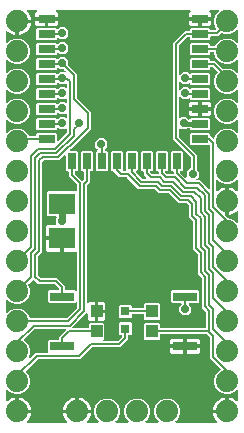
<source format=gbr>
G04 EAGLE Gerber RS-274X export*
G75*
%MOMM*%
%FSLAX34Y34*%
%LPD*%
%INTop Copper*%
%IPPOS*%
%AMOC8*
5,1,8,0,0,1.08239X$1,22.5*%
G01*
%ADD10R,1.422400X0.711200*%
%ADD11R,0.711200X1.422400*%
%ADD12C,1.879600*%
%ADD13R,0.800000X0.800000*%
%ADD14R,1.000000X1.100000*%
%ADD15R,2.203600X1.795500*%
%ADD16R,2.000000X0.800000*%
%ADD17C,0.706400*%
%ADD18C,0.200000*%
%ADD19C,0.406400*%
%ADD20C,0.609600*%
%ADD21C,0.152400*%

G36*
X53103Y1917D02*
X53103Y1917D01*
X53175Y1919D01*
X53224Y1937D01*
X53275Y1945D01*
X53339Y1979D01*
X53406Y2004D01*
X53447Y2036D01*
X53493Y2061D01*
X53542Y2113D01*
X53598Y2157D01*
X53626Y2201D01*
X53662Y2239D01*
X53692Y2304D01*
X53731Y2364D01*
X53744Y2415D01*
X53766Y2462D01*
X53774Y2533D01*
X53791Y2603D01*
X53787Y2655D01*
X53793Y2706D01*
X53778Y2777D01*
X53772Y2848D01*
X53752Y2896D01*
X53741Y2947D01*
X53704Y3008D01*
X53676Y3074D01*
X53631Y3130D01*
X53614Y3158D01*
X53597Y3173D01*
X53571Y3205D01*
X53124Y3652D01*
X52019Y5173D01*
X51166Y6847D01*
X50585Y8634D01*
X50384Y9907D01*
X61468Y9907D01*
X61488Y9910D01*
X61507Y9908D01*
X61609Y9930D01*
X61711Y9947D01*
X61728Y9956D01*
X61748Y9960D01*
X61837Y10013D01*
X61928Y10062D01*
X61942Y10076D01*
X61959Y10086D01*
X62026Y10165D01*
X62097Y10240D01*
X62106Y10258D01*
X62119Y10273D01*
X62157Y10369D01*
X62201Y10463D01*
X62203Y10483D01*
X62211Y10501D01*
X62229Y10668D01*
X62229Y11431D01*
X62231Y11431D01*
X62231Y10668D01*
X62234Y10648D01*
X62232Y10629D01*
X62254Y10527D01*
X62271Y10425D01*
X62280Y10408D01*
X62284Y10388D01*
X62337Y10299D01*
X62386Y10208D01*
X62400Y10194D01*
X62410Y10177D01*
X62489Y10110D01*
X62564Y10039D01*
X62582Y10030D01*
X62597Y10017D01*
X62693Y9978D01*
X62787Y9935D01*
X62807Y9933D01*
X62825Y9925D01*
X62992Y9907D01*
X74076Y9907D01*
X73875Y8634D01*
X73294Y6847D01*
X72441Y5173D01*
X71336Y3652D01*
X70889Y3205D01*
X70847Y3147D01*
X70798Y3095D01*
X70776Y3048D01*
X70746Y3006D01*
X70725Y2937D01*
X70694Y2872D01*
X70689Y2820D01*
X70673Y2770D01*
X70675Y2699D01*
X70667Y2628D01*
X70678Y2577D01*
X70680Y2525D01*
X70704Y2457D01*
X70719Y2387D01*
X70746Y2342D01*
X70764Y2294D01*
X70809Y2238D01*
X70846Y2176D01*
X70885Y2142D01*
X70918Y2102D01*
X70978Y2063D01*
X71033Y2016D01*
X71081Y1997D01*
X71125Y1969D01*
X71194Y1951D01*
X71261Y1924D01*
X71332Y1916D01*
X71363Y1908D01*
X71387Y1910D01*
X71427Y1906D01*
X79869Y1906D01*
X79940Y1917D01*
X80012Y1919D01*
X80061Y1937D01*
X80112Y1945D01*
X80175Y1979D01*
X80243Y2004D01*
X80283Y2036D01*
X80330Y2061D01*
X80379Y2113D01*
X80435Y2157D01*
X80463Y2201D01*
X80499Y2239D01*
X80529Y2304D01*
X80568Y2364D01*
X80581Y2415D01*
X80603Y2462D01*
X80610Y2533D01*
X80628Y2603D01*
X80624Y2655D01*
X80630Y2706D01*
X80614Y2777D01*
X80609Y2848D01*
X80588Y2896D01*
X80577Y2947D01*
X80541Y3008D01*
X80512Y3074D01*
X80468Y3130D01*
X80451Y3158D01*
X80433Y3173D01*
X80408Y3205D01*
X78370Y5243D01*
X76707Y9257D01*
X76707Y13603D01*
X78370Y17617D01*
X81443Y20690D01*
X85457Y22353D01*
X89803Y22353D01*
X93817Y20690D01*
X96890Y17617D01*
X98553Y13603D01*
X98553Y9257D01*
X96890Y5243D01*
X94852Y3205D01*
X94810Y3147D01*
X94761Y3095D01*
X94739Y3048D01*
X94709Y3006D01*
X94688Y2937D01*
X94657Y2872D01*
X94652Y2820D01*
X94636Y2770D01*
X94638Y2699D01*
X94630Y2628D01*
X94641Y2577D01*
X94643Y2525D01*
X94667Y2457D01*
X94683Y2387D01*
X94709Y2342D01*
X94727Y2294D01*
X94772Y2238D01*
X94809Y2176D01*
X94848Y2142D01*
X94881Y2102D01*
X94941Y2063D01*
X94996Y2016D01*
X95044Y1997D01*
X95088Y1969D01*
X95157Y1951D01*
X95224Y1924D01*
X95295Y1916D01*
X95326Y1908D01*
X95350Y1910D01*
X95391Y1906D01*
X105269Y1906D01*
X105340Y1917D01*
X105412Y1919D01*
X105461Y1937D01*
X105512Y1945D01*
X105575Y1979D01*
X105643Y2004D01*
X105683Y2036D01*
X105730Y2061D01*
X105779Y2113D01*
X105835Y2157D01*
X105863Y2201D01*
X105899Y2239D01*
X105929Y2304D01*
X105968Y2364D01*
X105981Y2415D01*
X106003Y2462D01*
X106010Y2533D01*
X106028Y2603D01*
X106024Y2655D01*
X106030Y2706D01*
X106014Y2777D01*
X106009Y2848D01*
X105988Y2896D01*
X105977Y2947D01*
X105941Y3008D01*
X105912Y3074D01*
X105868Y3130D01*
X105851Y3158D01*
X105833Y3173D01*
X105808Y3205D01*
X103770Y5243D01*
X102107Y9257D01*
X102107Y13603D01*
X103770Y17617D01*
X106843Y20690D01*
X110857Y22353D01*
X115203Y22353D01*
X119217Y20690D01*
X122290Y17617D01*
X123953Y13603D01*
X123953Y9257D01*
X122290Y5243D01*
X120252Y3205D01*
X120210Y3147D01*
X120161Y3095D01*
X120139Y3048D01*
X120109Y3006D01*
X120088Y2937D01*
X120057Y2872D01*
X120052Y2820D01*
X120036Y2770D01*
X120038Y2699D01*
X120030Y2628D01*
X120041Y2577D01*
X120043Y2525D01*
X120067Y2457D01*
X120083Y2387D01*
X120109Y2342D01*
X120127Y2294D01*
X120172Y2238D01*
X120209Y2176D01*
X120248Y2142D01*
X120281Y2102D01*
X120341Y2063D01*
X120396Y2016D01*
X120444Y1997D01*
X120488Y1969D01*
X120557Y1951D01*
X120624Y1924D01*
X120695Y1916D01*
X120726Y1908D01*
X120750Y1910D01*
X120791Y1906D01*
X130669Y1906D01*
X130740Y1917D01*
X130812Y1919D01*
X130861Y1937D01*
X130912Y1945D01*
X130975Y1979D01*
X131043Y2004D01*
X131083Y2036D01*
X131130Y2061D01*
X131179Y2113D01*
X131235Y2157D01*
X131263Y2201D01*
X131299Y2239D01*
X131329Y2304D01*
X131368Y2364D01*
X131381Y2415D01*
X131403Y2462D01*
X131410Y2533D01*
X131428Y2603D01*
X131424Y2655D01*
X131430Y2706D01*
X131414Y2777D01*
X131409Y2848D01*
X131388Y2896D01*
X131377Y2947D01*
X131341Y3008D01*
X131312Y3074D01*
X131268Y3130D01*
X131251Y3158D01*
X131233Y3173D01*
X131208Y3205D01*
X129170Y5243D01*
X127507Y9257D01*
X127507Y13603D01*
X129170Y17617D01*
X132243Y20690D01*
X136257Y22353D01*
X140603Y22353D01*
X144617Y20690D01*
X147690Y17617D01*
X149353Y13603D01*
X149353Y9257D01*
X147690Y5243D01*
X145652Y3205D01*
X145610Y3147D01*
X145561Y3095D01*
X145539Y3048D01*
X145509Y3006D01*
X145488Y2937D01*
X145457Y2872D01*
X145452Y2820D01*
X145436Y2770D01*
X145438Y2699D01*
X145430Y2628D01*
X145441Y2577D01*
X145443Y2525D01*
X145467Y2457D01*
X145483Y2387D01*
X145509Y2342D01*
X145527Y2294D01*
X145572Y2238D01*
X145609Y2176D01*
X145648Y2142D01*
X145681Y2102D01*
X145741Y2063D01*
X145796Y2016D01*
X145844Y1997D01*
X145888Y1969D01*
X145957Y1951D01*
X146024Y1924D01*
X146095Y1916D01*
X146126Y1908D01*
X146150Y1910D01*
X146191Y1906D01*
X180033Y1906D01*
X180103Y1917D01*
X180175Y1919D01*
X180224Y1937D01*
X180275Y1945D01*
X180339Y1979D01*
X180406Y2004D01*
X180447Y2036D01*
X180493Y2061D01*
X180542Y2113D01*
X180598Y2157D01*
X180626Y2201D01*
X180662Y2239D01*
X180692Y2304D01*
X180731Y2364D01*
X180744Y2415D01*
X180766Y2462D01*
X180774Y2533D01*
X180791Y2603D01*
X180787Y2655D01*
X180793Y2706D01*
X180778Y2777D01*
X180772Y2848D01*
X180752Y2896D01*
X180741Y2947D01*
X180704Y3008D01*
X180676Y3074D01*
X180631Y3130D01*
X180614Y3158D01*
X180597Y3173D01*
X180571Y3205D01*
X180124Y3652D01*
X179019Y5173D01*
X178166Y6847D01*
X177585Y8634D01*
X177384Y9907D01*
X188468Y9907D01*
X188488Y9910D01*
X188507Y9908D01*
X188609Y9930D01*
X188711Y9947D01*
X188728Y9956D01*
X188748Y9960D01*
X188837Y10013D01*
X188928Y10062D01*
X188942Y10076D01*
X188959Y10086D01*
X189026Y10165D01*
X189097Y10240D01*
X189106Y10258D01*
X189119Y10273D01*
X189157Y10369D01*
X189201Y10463D01*
X189203Y10483D01*
X189211Y10501D01*
X189229Y10668D01*
X189229Y11431D01*
X189992Y11431D01*
X190012Y11434D01*
X190031Y11432D01*
X190133Y11454D01*
X190235Y11471D01*
X190252Y11480D01*
X190272Y11484D01*
X190361Y11537D01*
X190452Y11586D01*
X190466Y11600D01*
X190483Y11610D01*
X190550Y11689D01*
X190621Y11764D01*
X190630Y11782D01*
X190643Y11797D01*
X190682Y11893D01*
X190725Y11987D01*
X190727Y12007D01*
X190735Y12025D01*
X190753Y12192D01*
X190753Y23276D01*
X192026Y23075D01*
X193813Y22494D01*
X195487Y21641D01*
X197008Y20536D01*
X197455Y20089D01*
X197513Y20047D01*
X197565Y19998D01*
X197612Y19976D01*
X197654Y19946D01*
X197723Y19925D01*
X197788Y19894D01*
X197840Y19889D01*
X197890Y19873D01*
X197961Y19875D01*
X198032Y19867D01*
X198083Y19878D01*
X198135Y19880D01*
X198203Y19904D01*
X198273Y19919D01*
X198318Y19946D01*
X198366Y19964D01*
X198422Y20009D01*
X198484Y20046D01*
X198518Y20085D01*
X198558Y20118D01*
X198597Y20178D01*
X198644Y20233D01*
X198663Y20281D01*
X198691Y20325D01*
X198709Y20394D01*
X198736Y20461D01*
X198744Y20532D01*
X198752Y20563D01*
X198750Y20587D01*
X198754Y20627D01*
X198754Y29069D01*
X198743Y29140D01*
X198741Y29212D01*
X198723Y29261D01*
X198715Y29312D01*
X198681Y29375D01*
X198656Y29443D01*
X198624Y29483D01*
X198599Y29530D01*
X198547Y29579D01*
X198503Y29635D01*
X198459Y29663D01*
X198421Y29699D01*
X198356Y29729D01*
X198296Y29768D01*
X198245Y29781D01*
X198198Y29803D01*
X198127Y29810D01*
X198057Y29828D01*
X198005Y29824D01*
X197954Y29830D01*
X197883Y29814D01*
X197812Y29809D01*
X197764Y29788D01*
X197713Y29777D01*
X197652Y29741D01*
X197586Y29712D01*
X197530Y29668D01*
X197502Y29651D01*
X197487Y29633D01*
X197455Y29608D01*
X195417Y27570D01*
X191403Y25907D01*
X187057Y25907D01*
X183043Y27570D01*
X179970Y30643D01*
X178307Y34657D01*
X178307Y39003D01*
X179970Y43017D01*
X183043Y46090D01*
X183331Y46209D01*
X183370Y46233D01*
X183413Y46249D01*
X183474Y46298D01*
X183540Y46339D01*
X183570Y46374D01*
X183605Y46403D01*
X183648Y46468D01*
X183697Y46528D01*
X183714Y46571D01*
X183738Y46610D01*
X183757Y46685D01*
X183785Y46758D01*
X183787Y46804D01*
X183798Y46848D01*
X183792Y46926D01*
X183796Y47004D01*
X183783Y47048D01*
X183779Y47094D01*
X183749Y47165D01*
X183727Y47240D01*
X183701Y47278D01*
X183683Y47320D01*
X183598Y47427D01*
X183587Y47442D01*
X183583Y47445D01*
X183578Y47451D01*
X174783Y56246D01*
X174783Y74061D01*
X174769Y74151D01*
X174761Y74242D01*
X174749Y74272D01*
X174744Y74304D01*
X174701Y74384D01*
X174665Y74468D01*
X174639Y74500D01*
X174628Y74521D01*
X174605Y74543D01*
X174560Y74599D01*
X172961Y76198D01*
X172777Y76382D01*
X172703Y76435D01*
X172634Y76495D01*
X172604Y76507D01*
X172577Y76526D01*
X172490Y76553D01*
X172406Y76587D01*
X172365Y76591D01*
X172342Y76598D01*
X172310Y76597D01*
X172239Y76605D01*
X133016Y76605D01*
X132996Y76602D01*
X132977Y76604D01*
X132875Y76582D01*
X132773Y76566D01*
X132756Y76556D01*
X132736Y76552D01*
X132647Y76499D01*
X132556Y76450D01*
X132542Y76436D01*
X132525Y76426D01*
X132458Y76347D01*
X132386Y76272D01*
X132378Y76254D01*
X132365Y76239D01*
X132326Y76143D01*
X132283Y76049D01*
X132281Y76029D01*
X132273Y76011D01*
X132255Y75844D01*
X132255Y72998D01*
X131362Y72105D01*
X120098Y72105D01*
X119205Y72998D01*
X119205Y85262D01*
X120098Y86155D01*
X131362Y86155D01*
X132255Y85262D01*
X132255Y82416D01*
X132258Y82396D01*
X132256Y82377D01*
X132278Y82275D01*
X132294Y82173D01*
X132304Y82156D01*
X132308Y82136D01*
X132361Y82047D01*
X132410Y81956D01*
X132424Y81942D01*
X132434Y81925D01*
X132513Y81858D01*
X132588Y81786D01*
X132606Y81778D01*
X132621Y81765D01*
X132717Y81726D01*
X132811Y81683D01*
X132831Y81681D01*
X132849Y81673D01*
X133016Y81655D01*
X170498Y81655D01*
X170518Y81658D01*
X170537Y81656D01*
X170639Y81678D01*
X170741Y81694D01*
X170758Y81704D01*
X170778Y81708D01*
X170867Y81761D01*
X170958Y81810D01*
X170972Y81824D01*
X170989Y81834D01*
X171056Y81913D01*
X171128Y81988D01*
X171136Y82006D01*
X171149Y82021D01*
X171188Y82117D01*
X171231Y82211D01*
X171233Y82231D01*
X171241Y82249D01*
X171259Y82416D01*
X171259Y95461D01*
X171245Y95551D01*
X171237Y95642D01*
X171225Y95672D01*
X171220Y95704D01*
X171177Y95785D01*
X171141Y95869D01*
X171115Y95901D01*
X171104Y95921D01*
X171081Y95943D01*
X171036Y95999D01*
X169437Y97599D01*
X167735Y99300D01*
X167735Y124227D01*
X167721Y124317D01*
X167713Y124408D01*
X167701Y124438D01*
X167696Y124470D01*
X167653Y124551D01*
X167617Y124635D01*
X167591Y124667D01*
X167580Y124687D01*
X167557Y124710D01*
X167512Y124766D01*
X164211Y128067D01*
X164211Y144612D01*
X164197Y144702D01*
X164189Y144793D01*
X164177Y144822D01*
X164172Y144854D01*
X164129Y144935D01*
X164093Y145019D01*
X164067Y145051D01*
X164056Y145072D01*
X164033Y145094D01*
X163988Y145150D01*
X160687Y148451D01*
X160687Y172108D01*
X160673Y172198D01*
X160665Y172289D01*
X160653Y172319D01*
X160648Y172351D01*
X160605Y172431D01*
X160569Y172515D01*
X160543Y172547D01*
X160532Y172568D01*
X160509Y172590D01*
X160464Y172646D01*
X158865Y174245D01*
X157163Y175947D01*
X157163Y185535D01*
X157149Y185625D01*
X157141Y185716D01*
X157129Y185746D01*
X157124Y185778D01*
X157081Y185858D01*
X157045Y185942D01*
X157019Y185974D01*
X157008Y185995D01*
X156985Y186017D01*
X156940Y186073D01*
X155387Y187626D01*
X155313Y187679D01*
X155244Y187739D01*
X155214Y187751D01*
X155187Y187770D01*
X155100Y187797D01*
X155016Y187831D01*
X154975Y187835D01*
X154952Y187842D01*
X154920Y187841D01*
X154849Y187849D01*
X148055Y187849D01*
X139674Y196230D01*
X139600Y196283D01*
X139531Y196343D01*
X139501Y196355D01*
X139474Y196374D01*
X139387Y196401D01*
X139303Y196435D01*
X139262Y196439D01*
X139239Y196446D01*
X139207Y196445D01*
X139136Y196453D01*
X131735Y196453D01*
X130033Y198155D01*
X128434Y199754D01*
X128360Y199807D01*
X128291Y199867D01*
X128260Y199879D01*
X128234Y199898D01*
X128147Y199925D01*
X128062Y199959D01*
X128021Y199963D01*
X127999Y199970D01*
X127967Y199969D01*
X127896Y199977D01*
X114048Y199977D01*
X104683Y209342D01*
X104609Y209395D01*
X104540Y209455D01*
X104510Y209467D01*
X104484Y209486D01*
X104397Y209513D01*
X104312Y209547D01*
X104271Y209551D01*
X104249Y209558D01*
X104216Y209557D01*
X104145Y209565D01*
X98014Y209565D01*
X93089Y214490D01*
X93089Y214491D01*
X93040Y214582D01*
X93026Y214596D01*
X93016Y214613D01*
X92937Y214680D01*
X92862Y214752D01*
X92844Y214760D01*
X92829Y214773D01*
X92733Y214812D01*
X92639Y214855D01*
X92619Y214857D01*
X92601Y214865D01*
X92434Y214883D01*
X91532Y214883D01*
X90639Y215776D01*
X90639Y231264D01*
X91532Y232157D01*
X99908Y232157D01*
X100801Y231264D01*
X100801Y215723D01*
X100795Y215715D01*
X100774Y215646D01*
X100744Y215581D01*
X100738Y215529D01*
X100723Y215480D01*
X100725Y215408D01*
X100717Y215337D01*
X100728Y215286D01*
X100729Y215234D01*
X100754Y215166D01*
X100769Y215096D01*
X100796Y215052D01*
X100813Y215003D01*
X100858Y214947D01*
X100895Y214885D01*
X100935Y214851D01*
X100967Y214811D01*
X101027Y214772D01*
X101082Y214725D01*
X101130Y214706D01*
X101174Y214678D01*
X101243Y214660D01*
X101310Y214633D01*
X101381Y214625D01*
X101412Y214617D01*
X101436Y214619D01*
X101477Y214615D01*
X102663Y214615D01*
X102734Y214626D01*
X102806Y214628D01*
X102855Y214646D01*
X102906Y214654D01*
X102969Y214688D01*
X103037Y214713D01*
X103077Y214745D01*
X103123Y214770D01*
X103173Y214822D01*
X103229Y214866D01*
X103257Y214910D01*
X103293Y214948D01*
X103323Y215013D01*
X103362Y215073D01*
X103374Y215124D01*
X103396Y215171D01*
X103404Y215242D01*
X103422Y215312D01*
X103418Y215364D01*
X103423Y215415D01*
X103408Y215486D01*
X103403Y215557D01*
X103382Y215605D01*
X103371Y215656D01*
X103339Y215709D01*
X103339Y231264D01*
X104232Y232157D01*
X112608Y232157D01*
X113501Y231264D01*
X113501Y215776D01*
X112476Y214751D01*
X112464Y214735D01*
X112448Y214723D01*
X112392Y214636D01*
X112332Y214552D01*
X112326Y214533D01*
X112315Y214516D01*
X112290Y214415D01*
X112260Y214317D01*
X112260Y214297D01*
X112255Y214277D01*
X112263Y214174D01*
X112266Y214071D01*
X112273Y214052D01*
X112275Y214032D01*
X112315Y213937D01*
X112351Y213840D01*
X112363Y213824D01*
X112371Y213806D01*
X112476Y213675D01*
X117377Y208774D01*
X117451Y208721D01*
X117520Y208661D01*
X117550Y208649D01*
X117577Y208630D01*
X117664Y208603D01*
X117748Y208569D01*
X117789Y208565D01*
X117812Y208558D01*
X117844Y208559D01*
X117915Y208551D01*
X120051Y208551D01*
X120122Y208562D01*
X120193Y208564D01*
X120242Y208582D01*
X120294Y208590D01*
X120357Y208624D01*
X120424Y208649D01*
X120465Y208681D01*
X120511Y208706D01*
X120560Y208758D01*
X120616Y208802D01*
X120645Y208846D01*
X120680Y208884D01*
X120711Y208949D01*
X120749Y209009D01*
X120762Y209060D01*
X120784Y209107D01*
X120792Y209178D01*
X120809Y209248D01*
X120805Y209300D01*
X120811Y209351D01*
X120796Y209422D01*
X120790Y209493D01*
X120770Y209541D01*
X120759Y209592D01*
X120722Y209653D01*
X120694Y209719D01*
X120649Y209775D01*
X120633Y209803D01*
X120615Y209818D01*
X120589Y209850D01*
X118595Y211844D01*
X118595Y214122D01*
X118592Y214142D01*
X118594Y214161D01*
X118572Y214263D01*
X118556Y214365D01*
X118546Y214382D01*
X118542Y214402D01*
X118489Y214491D01*
X118440Y214582D01*
X118426Y214596D01*
X118416Y214613D01*
X118337Y214680D01*
X118262Y214752D01*
X118244Y214760D01*
X118229Y214773D01*
X118133Y214812D01*
X118039Y214855D01*
X118019Y214857D01*
X118001Y214865D01*
X117834Y214883D01*
X116932Y214883D01*
X116039Y215776D01*
X116039Y231264D01*
X116932Y232157D01*
X125308Y232157D01*
X126201Y231264D01*
X126201Y215776D01*
X125308Y214883D01*
X124535Y214883D01*
X124464Y214872D01*
X124393Y214870D01*
X124344Y214852D01*
X124292Y214844D01*
X124229Y214810D01*
X124162Y214785D01*
X124121Y214753D01*
X124075Y214728D01*
X124026Y214676D01*
X123970Y214632D01*
X123941Y214588D01*
X123906Y214550D01*
X123875Y214485D01*
X123837Y214425D01*
X123824Y214374D01*
X123802Y214327D01*
X123794Y214256D01*
X123777Y214186D01*
X123781Y214134D01*
X123775Y214083D01*
X123790Y214012D01*
X123796Y213941D01*
X123816Y213893D01*
X123827Y213842D01*
X123864Y213781D01*
X123892Y213715D01*
X123937Y213659D01*
X123953Y213631D01*
X123971Y213616D01*
X123997Y213584D01*
X125283Y212298D01*
X125357Y212245D01*
X125426Y212185D01*
X125456Y212173D01*
X125483Y212154D01*
X125570Y212127D01*
X125654Y212093D01*
X125695Y212089D01*
X125718Y212082D01*
X125750Y212083D01*
X125821Y212075D01*
X130534Y212075D01*
X130554Y212078D01*
X130573Y212076D01*
X130675Y212098D01*
X130777Y212114D01*
X130794Y212124D01*
X130814Y212128D01*
X130903Y212181D01*
X130994Y212230D01*
X131008Y212244D01*
X131025Y212254D01*
X131092Y212333D01*
X131164Y212408D01*
X131172Y212426D01*
X131185Y212441D01*
X131224Y212537D01*
X131267Y212631D01*
X131269Y212651D01*
X131277Y212669D01*
X131295Y212836D01*
X131295Y214122D01*
X131292Y214142D01*
X131294Y214161D01*
X131272Y214263D01*
X131256Y214365D01*
X131246Y214382D01*
X131242Y214402D01*
X131189Y214491D01*
X131140Y214582D01*
X131126Y214596D01*
X131116Y214613D01*
X131037Y214680D01*
X130962Y214752D01*
X130944Y214760D01*
X130929Y214773D01*
X130833Y214812D01*
X130739Y214855D01*
X130719Y214857D01*
X130701Y214865D01*
X130534Y214883D01*
X129632Y214883D01*
X128739Y215776D01*
X128739Y231264D01*
X129632Y232157D01*
X138008Y232157D01*
X138901Y231264D01*
X138901Y215776D01*
X138008Y214883D01*
X137235Y214883D01*
X137164Y214872D01*
X137093Y214870D01*
X137044Y214852D01*
X136992Y214844D01*
X136929Y214810D01*
X136862Y214785D01*
X136821Y214753D01*
X136775Y214728D01*
X136726Y214677D01*
X136670Y214632D01*
X136641Y214588D01*
X136606Y214550D01*
X136575Y214485D01*
X136537Y214425D01*
X136524Y214374D01*
X136502Y214327D01*
X136494Y214256D01*
X136477Y214186D01*
X136481Y214134D01*
X136475Y214083D01*
X136490Y214012D01*
X136496Y213941D01*
X136516Y213893D01*
X136527Y213842D01*
X136564Y213781D01*
X136592Y213715D01*
X136637Y213659D01*
X136653Y213631D01*
X136671Y213616D01*
X136697Y213584D01*
X137983Y212298D01*
X138057Y212245D01*
X138126Y212185D01*
X138156Y212173D01*
X138183Y212154D01*
X138269Y212127D01*
X138354Y212093D01*
X138395Y212089D01*
X138418Y212082D01*
X138450Y212083D01*
X138521Y212075D01*
X143234Y212075D01*
X143254Y212078D01*
X143273Y212076D01*
X143375Y212098D01*
X143477Y212114D01*
X143494Y212124D01*
X143514Y212128D01*
X143603Y212181D01*
X143694Y212230D01*
X143708Y212244D01*
X143725Y212254D01*
X143792Y212333D01*
X143864Y212408D01*
X143872Y212426D01*
X143885Y212441D01*
X143924Y212537D01*
X143967Y212631D01*
X143969Y212651D01*
X143977Y212669D01*
X143995Y212836D01*
X143995Y214122D01*
X143992Y214142D01*
X143994Y214161D01*
X143972Y214263D01*
X143956Y214365D01*
X143946Y214382D01*
X143942Y214402D01*
X143889Y214491D01*
X143840Y214582D01*
X143826Y214596D01*
X143816Y214613D01*
X143737Y214680D01*
X143662Y214752D01*
X143644Y214760D01*
X143629Y214773D01*
X143533Y214812D01*
X143439Y214855D01*
X143419Y214857D01*
X143401Y214865D01*
X143234Y214883D01*
X142332Y214883D01*
X141439Y215776D01*
X141439Y231264D01*
X142332Y232157D01*
X150708Y232157D01*
X151601Y231264D01*
X151601Y215776D01*
X150708Y214883D01*
X149935Y214883D01*
X149864Y214872D01*
X149793Y214870D01*
X149744Y214852D01*
X149692Y214844D01*
X149629Y214810D01*
X149562Y214785D01*
X149521Y214753D01*
X149475Y214728D01*
X149426Y214677D01*
X149370Y214632D01*
X149341Y214588D01*
X149306Y214550D01*
X149275Y214485D01*
X149237Y214425D01*
X149224Y214374D01*
X149202Y214327D01*
X149194Y214256D01*
X149177Y214186D01*
X149181Y214134D01*
X149175Y214083D01*
X149190Y214012D01*
X149196Y213941D01*
X149216Y213893D01*
X149227Y213842D01*
X149264Y213781D01*
X149292Y213715D01*
X149337Y213659D01*
X149353Y213631D01*
X149371Y213616D01*
X149397Y213584D01*
X153664Y209317D01*
X153722Y209275D01*
X153774Y209226D01*
X153821Y209204D01*
X153863Y209173D01*
X153932Y209152D01*
X153997Y209122D01*
X154049Y209116D01*
X154099Y209101D01*
X154170Y209103D01*
X154241Y209095D01*
X154292Y209106D01*
X154344Y209107D01*
X154412Y209132D01*
X154482Y209147D01*
X154526Y209174D01*
X154575Y209192D01*
X154631Y209237D01*
X154693Y209273D01*
X154727Y209313D01*
X154767Y209345D01*
X154806Y209406D01*
X154853Y209460D01*
X154872Y209509D01*
X154900Y209552D01*
X154918Y209622D01*
X154945Y209688D01*
X154953Y209760D01*
X154961Y209791D01*
X154959Y209814D01*
X154963Y209855D01*
X154963Y214185D01*
X157925Y217147D01*
X158004Y217147D01*
X158024Y217150D01*
X158043Y217148D01*
X158145Y217170D01*
X158247Y217186D01*
X158264Y217196D01*
X158284Y217200D01*
X158373Y217253D01*
X158464Y217302D01*
X158478Y217316D01*
X158495Y217326D01*
X158562Y217405D01*
X158634Y217480D01*
X158642Y217498D01*
X158655Y217513D01*
X158694Y217609D01*
X158737Y217703D01*
X158739Y217723D01*
X158747Y217741D01*
X158765Y217908D01*
X158765Y225969D01*
X158751Y226059D01*
X158743Y226150D01*
X158731Y226180D01*
X158726Y226212D01*
X158683Y226292D01*
X158647Y226376D01*
X158621Y226408D01*
X158610Y226429D01*
X158587Y226451D01*
X158542Y226507D01*
X143525Y241524D01*
X143525Y323626D01*
X153634Y333735D01*
X156972Y333735D01*
X156992Y333738D01*
X157011Y333736D01*
X157113Y333758D01*
X157215Y333774D01*
X157232Y333784D01*
X157252Y333788D01*
X157341Y333841D01*
X157432Y333890D01*
X157446Y333904D01*
X157463Y333914D01*
X157530Y333993D01*
X157602Y334068D01*
X157610Y334086D01*
X157623Y334101D01*
X157662Y334197D01*
X157705Y334291D01*
X157707Y334311D01*
X157715Y334329D01*
X157733Y334496D01*
X157733Y335398D01*
X158626Y336291D01*
X174114Y336291D01*
X175007Y335398D01*
X175007Y334756D01*
X175010Y334736D01*
X175008Y334717D01*
X175030Y334615D01*
X175046Y334513D01*
X175056Y334496D01*
X175060Y334476D01*
X175113Y334387D01*
X175162Y334296D01*
X175176Y334282D01*
X175186Y334265D01*
X175265Y334198D01*
X175340Y334126D01*
X175358Y334118D01*
X175373Y334105D01*
X175469Y334066D01*
X175563Y334023D01*
X175583Y334021D01*
X175601Y334013D01*
X175768Y333995D01*
X178979Y333995D01*
X179069Y334009D01*
X179160Y334017D01*
X179190Y334029D01*
X179222Y334034D01*
X179302Y334077D01*
X179386Y334113D01*
X179418Y334139D01*
X179439Y334150D01*
X179461Y334173D01*
X179517Y334218D01*
X179837Y334537D01*
X179905Y334632D01*
X179975Y334726D01*
X179977Y334732D01*
X179980Y334737D01*
X180015Y334849D01*
X180051Y334960D01*
X180051Y334966D01*
X180053Y334972D01*
X180050Y335089D01*
X180048Y335206D01*
X180046Y335213D01*
X180046Y335218D01*
X180040Y335235D01*
X180002Y335367D01*
X178307Y339457D01*
X178307Y343803D01*
X179970Y347817D01*
X182008Y349855D01*
X182050Y349913D01*
X182099Y349965D01*
X182121Y350012D01*
X182151Y350054D01*
X182172Y350123D01*
X182203Y350188D01*
X182208Y350240D01*
X182224Y350290D01*
X182222Y350361D01*
X182230Y350432D01*
X182219Y350483D01*
X182217Y350535D01*
X182193Y350603D01*
X182177Y350673D01*
X182151Y350718D01*
X182133Y350766D01*
X182088Y350822D01*
X182051Y350884D01*
X182012Y350918D01*
X181979Y350958D01*
X181919Y350997D01*
X181864Y351044D01*
X181816Y351063D01*
X181772Y351091D01*
X181703Y351109D01*
X181636Y351136D01*
X181565Y351144D01*
X181534Y351152D01*
X181510Y351150D01*
X181469Y351154D01*
X175016Y351154D01*
X174969Y351147D01*
X174921Y351148D01*
X174848Y351127D01*
X174773Y351115D01*
X174731Y351092D01*
X174685Y351078D01*
X174623Y351035D01*
X174556Y350999D01*
X174523Y350965D01*
X174484Y350937D01*
X174439Y350876D01*
X174387Y350821D01*
X174366Y350777D01*
X174338Y350739D01*
X174315Y350667D01*
X174283Y350598D01*
X174278Y350550D01*
X174263Y350505D01*
X174264Y350429D01*
X174256Y350354D01*
X174266Y350307D01*
X174267Y350259D01*
X174292Y350187D01*
X174308Y350113D01*
X174333Y350072D01*
X174349Y350027D01*
X174395Y349967D01*
X174434Y349902D01*
X174471Y349871D01*
X174500Y349833D01*
X174604Y349757D01*
X174621Y349742D01*
X174628Y349740D01*
X174636Y349734D01*
X175042Y349499D01*
X175515Y349026D01*
X175850Y348447D01*
X176023Y347800D01*
X176023Y345433D01*
X167132Y345433D01*
X167112Y345430D01*
X167093Y345432D01*
X166991Y345410D01*
X166889Y345393D01*
X166872Y345384D01*
X166852Y345380D01*
X166763Y345327D01*
X166672Y345278D01*
X166658Y345264D01*
X166641Y345254D01*
X166574Y345175D01*
X166503Y345100D01*
X166494Y345082D01*
X166481Y345067D01*
X166442Y344971D01*
X166399Y344877D01*
X166397Y344857D01*
X166389Y344839D01*
X166371Y344672D01*
X166371Y343909D01*
X166369Y343909D01*
X166369Y344672D01*
X166366Y344692D01*
X166368Y344711D01*
X166346Y344813D01*
X166329Y344915D01*
X166320Y344932D01*
X166316Y344952D01*
X166263Y345041D01*
X166214Y345132D01*
X166200Y345146D01*
X166190Y345163D01*
X166111Y345230D01*
X166036Y345301D01*
X166018Y345310D01*
X166003Y345323D01*
X165907Y345362D01*
X165813Y345405D01*
X165793Y345407D01*
X165775Y345415D01*
X165608Y345433D01*
X156717Y345433D01*
X156717Y347800D01*
X156890Y348447D01*
X157225Y349026D01*
X157698Y349499D01*
X158104Y349734D01*
X158142Y349764D01*
X158184Y349787D01*
X158236Y349841D01*
X158295Y349889D01*
X158320Y349930D01*
X158353Y349965D01*
X158385Y350034D01*
X158426Y350098D01*
X158437Y350144D01*
X158457Y350188D01*
X158465Y350263D01*
X158483Y350337D01*
X158479Y350385D01*
X158484Y350432D01*
X158468Y350506D01*
X158461Y350582D01*
X158442Y350626D01*
X158432Y350673D01*
X158393Y350738D01*
X158363Y350807D01*
X158330Y350843D01*
X158306Y350884D01*
X158248Y350933D01*
X158197Y350989D01*
X158155Y351013D01*
X158119Y351044D01*
X158048Y351072D01*
X157982Y351109D01*
X157935Y351118D01*
X157891Y351136D01*
X157762Y351150D01*
X157740Y351154D01*
X157734Y351153D01*
X157724Y351154D01*
X45046Y351154D01*
X44999Y351147D01*
X44951Y351148D01*
X44878Y351127D01*
X44803Y351115D01*
X44761Y351092D01*
X44715Y351078D01*
X44653Y351035D01*
X44586Y350999D01*
X44553Y350965D01*
X44514Y350937D01*
X44469Y350876D01*
X44417Y350821D01*
X44396Y350778D01*
X44368Y350739D01*
X44345Y350667D01*
X44313Y350598D01*
X44308Y350550D01*
X44293Y350505D01*
X44294Y350429D01*
X44286Y350354D01*
X44296Y350307D01*
X44297Y350259D01*
X44322Y350187D01*
X44338Y350113D01*
X44363Y350072D01*
X44379Y350027D01*
X44426Y349967D01*
X44464Y349902D01*
X44501Y349871D01*
X44530Y349833D01*
X44634Y349757D01*
X44651Y349742D01*
X44658Y349740D01*
X44666Y349734D01*
X45072Y349499D01*
X45545Y349026D01*
X45880Y348447D01*
X46053Y347800D01*
X46053Y345433D01*
X37162Y345433D01*
X37142Y345430D01*
X37123Y345432D01*
X37021Y345410D01*
X36919Y345393D01*
X36902Y345384D01*
X36882Y345380D01*
X36793Y345327D01*
X36702Y345278D01*
X36688Y345264D01*
X36671Y345254D01*
X36604Y345175D01*
X36533Y345100D01*
X36524Y345082D01*
X36511Y345067D01*
X36472Y344971D01*
X36429Y344877D01*
X36427Y344857D01*
X36419Y344839D01*
X36401Y344672D01*
X36401Y343909D01*
X36399Y343909D01*
X36399Y344672D01*
X36396Y344692D01*
X36398Y344711D01*
X36376Y344813D01*
X36359Y344915D01*
X36350Y344932D01*
X36346Y344952D01*
X36293Y345041D01*
X36244Y345132D01*
X36230Y345146D01*
X36220Y345163D01*
X36141Y345230D01*
X36066Y345301D01*
X36048Y345310D01*
X36033Y345323D01*
X35937Y345362D01*
X35843Y345405D01*
X35823Y345407D01*
X35805Y345415D01*
X35638Y345433D01*
X26747Y345433D01*
X26747Y347800D01*
X26920Y348447D01*
X27255Y349026D01*
X27728Y349499D01*
X28134Y349734D01*
X28172Y349764D01*
X28214Y349787D01*
X28266Y349842D01*
X28325Y349890D01*
X28350Y349930D01*
X28383Y349965D01*
X28415Y350034D01*
X28456Y350098D01*
X28467Y350144D01*
X28487Y350188D01*
X28495Y350263D01*
X28513Y350337D01*
X28509Y350385D01*
X28514Y350432D01*
X28498Y350507D01*
X28491Y350582D01*
X28472Y350626D01*
X28462Y350673D01*
X28423Y350738D01*
X28392Y350807D01*
X28360Y350843D01*
X28336Y350884D01*
X28278Y350933D01*
X28227Y350989D01*
X28185Y351013D01*
X28149Y351044D01*
X28078Y351072D01*
X28012Y351109D01*
X27965Y351118D01*
X27921Y351136D01*
X27792Y351150D01*
X27770Y351154D01*
X27764Y351153D01*
X27754Y351154D01*
X20627Y351154D01*
X20557Y351143D01*
X20485Y351141D01*
X20436Y351123D01*
X20385Y351115D01*
X20321Y351081D01*
X20254Y351056D01*
X20213Y351024D01*
X20167Y350999D01*
X20118Y350947D01*
X20062Y350903D01*
X20034Y350859D01*
X19998Y350821D01*
X19968Y350756D01*
X19929Y350696D01*
X19916Y350645D01*
X19894Y350598D01*
X19886Y350527D01*
X19869Y350457D01*
X19873Y350405D01*
X19867Y350354D01*
X19882Y350283D01*
X19888Y350212D01*
X19908Y350164D01*
X19919Y350113D01*
X19956Y350052D01*
X19984Y349986D01*
X20029Y349930D01*
X20046Y349902D01*
X20063Y349887D01*
X20089Y349855D01*
X20536Y349408D01*
X21641Y347887D01*
X22494Y346213D01*
X23075Y344426D01*
X23276Y343153D01*
X12192Y343153D01*
X12172Y343150D01*
X12153Y343152D01*
X12051Y343130D01*
X11949Y343113D01*
X11932Y343104D01*
X11912Y343100D01*
X11823Y343047D01*
X11732Y342998D01*
X11718Y342984D01*
X11701Y342974D01*
X11634Y342895D01*
X11563Y342820D01*
X11554Y342802D01*
X11541Y342787D01*
X11503Y342691D01*
X11459Y342597D01*
X11457Y342577D01*
X11449Y342559D01*
X11431Y342392D01*
X11431Y341629D01*
X10668Y341629D01*
X10648Y341626D01*
X10629Y341628D01*
X10527Y341606D01*
X10425Y341589D01*
X10408Y341580D01*
X10388Y341576D01*
X10299Y341523D01*
X10208Y341474D01*
X10194Y341460D01*
X10177Y341450D01*
X10110Y341371D01*
X10039Y341296D01*
X10030Y341278D01*
X10017Y341263D01*
X9978Y341167D01*
X9935Y341073D01*
X9933Y341053D01*
X9925Y341035D01*
X9907Y340868D01*
X9907Y329784D01*
X8634Y329985D01*
X6847Y330566D01*
X5173Y331419D01*
X3652Y332524D01*
X3205Y332971D01*
X3147Y333013D01*
X3095Y333062D01*
X3048Y333084D01*
X3006Y333114D01*
X2937Y333135D01*
X2872Y333166D01*
X2820Y333171D01*
X2770Y333187D01*
X2699Y333185D01*
X2628Y333193D01*
X2577Y333182D01*
X2525Y333180D01*
X2457Y333156D01*
X2387Y333141D01*
X2342Y333114D01*
X2294Y333096D01*
X2238Y333051D01*
X2176Y333014D01*
X2142Y332975D01*
X2102Y332942D01*
X2063Y332882D01*
X2016Y332827D01*
X1997Y332779D01*
X1969Y332735D01*
X1951Y332666D01*
X1924Y332599D01*
X1916Y332528D01*
X1908Y332497D01*
X1910Y332473D01*
X1906Y332433D01*
X1906Y323991D01*
X1917Y323920D01*
X1919Y323848D01*
X1937Y323799D01*
X1945Y323748D01*
X1979Y323685D01*
X2004Y323617D01*
X2036Y323577D01*
X2061Y323530D01*
X2113Y323481D01*
X2157Y323425D01*
X2201Y323397D01*
X2239Y323361D01*
X2304Y323331D01*
X2364Y323292D01*
X2415Y323279D01*
X2462Y323257D01*
X2533Y323250D01*
X2603Y323232D01*
X2655Y323236D01*
X2706Y323230D01*
X2777Y323246D01*
X2848Y323251D01*
X2896Y323272D01*
X2947Y323283D01*
X3008Y323319D01*
X3074Y323348D01*
X3130Y323392D01*
X3158Y323409D01*
X3173Y323427D01*
X3205Y323452D01*
X5243Y325490D01*
X9257Y327153D01*
X13603Y327153D01*
X17617Y325490D01*
X20690Y322417D01*
X22353Y318403D01*
X22353Y314057D01*
X20690Y310043D01*
X17617Y306970D01*
X13603Y305307D01*
X9257Y305307D01*
X5243Y306970D01*
X3205Y309008D01*
X3147Y309050D01*
X3095Y309099D01*
X3048Y309121D01*
X3006Y309151D01*
X2937Y309172D01*
X2872Y309203D01*
X2820Y309208D01*
X2770Y309224D01*
X2699Y309222D01*
X2628Y309230D01*
X2577Y309219D01*
X2525Y309217D01*
X2457Y309193D01*
X2387Y309177D01*
X2342Y309151D01*
X2294Y309133D01*
X2238Y309088D01*
X2176Y309051D01*
X2142Y309012D01*
X2102Y308979D01*
X2063Y308919D01*
X2016Y308864D01*
X1997Y308816D01*
X1969Y308772D01*
X1951Y308703D01*
X1924Y308636D01*
X1916Y308565D01*
X1908Y308534D01*
X1910Y308510D01*
X1906Y308469D01*
X1906Y298591D01*
X1917Y298520D01*
X1919Y298448D01*
X1937Y298399D01*
X1945Y298348D01*
X1979Y298285D01*
X2004Y298217D01*
X2036Y298177D01*
X2061Y298130D01*
X2113Y298081D01*
X2157Y298025D01*
X2201Y297997D01*
X2239Y297961D01*
X2304Y297931D01*
X2364Y297892D01*
X2415Y297879D01*
X2462Y297857D01*
X2533Y297850D01*
X2603Y297832D01*
X2655Y297836D01*
X2706Y297830D01*
X2777Y297846D01*
X2848Y297851D01*
X2896Y297872D01*
X2947Y297883D01*
X3008Y297919D01*
X3074Y297948D01*
X3130Y297992D01*
X3158Y298009D01*
X3173Y298027D01*
X3205Y298052D01*
X5243Y300090D01*
X9257Y301753D01*
X13603Y301753D01*
X17617Y300090D01*
X20690Y297017D01*
X22353Y293003D01*
X22353Y288657D01*
X20690Y284643D01*
X17617Y281570D01*
X13603Y279907D01*
X9257Y279907D01*
X5243Y281570D01*
X3205Y283608D01*
X3147Y283650D01*
X3095Y283699D01*
X3048Y283721D01*
X3006Y283751D01*
X2937Y283772D01*
X2872Y283803D01*
X2820Y283808D01*
X2770Y283824D01*
X2699Y283822D01*
X2628Y283830D01*
X2577Y283819D01*
X2525Y283817D01*
X2457Y283793D01*
X2387Y283777D01*
X2342Y283751D01*
X2294Y283733D01*
X2238Y283688D01*
X2176Y283651D01*
X2142Y283612D01*
X2102Y283579D01*
X2063Y283519D01*
X2016Y283464D01*
X1997Y283416D01*
X1969Y283372D01*
X1951Y283303D01*
X1924Y283236D01*
X1916Y283165D01*
X1908Y283134D01*
X1910Y283110D01*
X1906Y283069D01*
X1906Y273191D01*
X1917Y273120D01*
X1919Y273048D01*
X1937Y272999D01*
X1945Y272948D01*
X1979Y272885D01*
X2004Y272817D01*
X2036Y272777D01*
X2061Y272730D01*
X2113Y272681D01*
X2157Y272625D01*
X2201Y272597D01*
X2239Y272561D01*
X2304Y272531D01*
X2364Y272492D01*
X2415Y272479D01*
X2462Y272457D01*
X2533Y272450D01*
X2603Y272432D01*
X2655Y272436D01*
X2706Y272430D01*
X2777Y272446D01*
X2848Y272451D01*
X2896Y272472D01*
X2947Y272483D01*
X3008Y272519D01*
X3074Y272548D01*
X3130Y272592D01*
X3158Y272609D01*
X3173Y272627D01*
X3205Y272652D01*
X5243Y274690D01*
X9257Y276353D01*
X13603Y276353D01*
X17617Y274690D01*
X20690Y271617D01*
X22353Y267603D01*
X22353Y263257D01*
X20690Y259243D01*
X17617Y256170D01*
X13603Y254507D01*
X9257Y254507D01*
X5243Y256170D01*
X3205Y258208D01*
X3147Y258250D01*
X3095Y258299D01*
X3048Y258321D01*
X3006Y258351D01*
X2937Y258372D01*
X2872Y258403D01*
X2820Y258408D01*
X2770Y258424D01*
X2699Y258422D01*
X2628Y258430D01*
X2577Y258419D01*
X2525Y258417D01*
X2457Y258393D01*
X2387Y258377D01*
X2342Y258351D01*
X2294Y258333D01*
X2238Y258288D01*
X2176Y258251D01*
X2142Y258212D01*
X2102Y258179D01*
X2063Y258119D01*
X2016Y258064D01*
X1997Y258016D01*
X1969Y257972D01*
X1951Y257903D01*
X1924Y257836D01*
X1916Y257765D01*
X1908Y257734D01*
X1910Y257710D01*
X1906Y257669D01*
X1906Y247791D01*
X1917Y247720D01*
X1919Y247648D01*
X1937Y247599D01*
X1945Y247548D01*
X1979Y247485D01*
X2004Y247417D01*
X2036Y247377D01*
X2061Y247330D01*
X2113Y247281D01*
X2157Y247225D01*
X2201Y247197D01*
X2239Y247161D01*
X2304Y247131D01*
X2364Y247092D01*
X2415Y247079D01*
X2462Y247057D01*
X2533Y247050D01*
X2603Y247032D01*
X2655Y247036D01*
X2706Y247030D01*
X2777Y247046D01*
X2848Y247051D01*
X2896Y247072D01*
X2947Y247083D01*
X3008Y247119D01*
X3074Y247148D01*
X3130Y247192D01*
X3158Y247209D01*
X3173Y247227D01*
X3205Y247252D01*
X5243Y249290D01*
X9257Y250953D01*
X13603Y250953D01*
X17617Y249290D01*
X20690Y246217D01*
X21068Y245305D01*
X21130Y245205D01*
X21189Y245105D01*
X21194Y245101D01*
X21197Y245096D01*
X21288Y245021D01*
X21376Y244945D01*
X21382Y244943D01*
X21387Y244939D01*
X21495Y244897D01*
X21604Y244853D01*
X21612Y244852D01*
X21617Y244851D01*
X21635Y244850D01*
X21771Y244835D01*
X27002Y244835D01*
X27022Y244838D01*
X27041Y244836D01*
X27143Y244858D01*
X27245Y244874D01*
X27262Y244884D01*
X27282Y244888D01*
X27371Y244941D01*
X27462Y244990D01*
X27476Y245004D01*
X27493Y245014D01*
X27560Y245093D01*
X27632Y245168D01*
X27640Y245186D01*
X27653Y245201D01*
X27692Y245297D01*
X27735Y245391D01*
X27737Y245411D01*
X27745Y245429D01*
X27763Y245596D01*
X27763Y246498D01*
X28656Y247391D01*
X44144Y247391D01*
X45037Y246498D01*
X45037Y240945D01*
X45048Y240874D01*
X45050Y240803D01*
X45068Y240754D01*
X45076Y240702D01*
X45110Y240639D01*
X45135Y240572D01*
X45167Y240531D01*
X45192Y240485D01*
X45243Y240436D01*
X45288Y240380D01*
X45332Y240351D01*
X45370Y240316D01*
X45435Y240285D01*
X45495Y240247D01*
X45546Y240234D01*
X45593Y240212D01*
X45664Y240204D01*
X45734Y240187D01*
X45786Y240191D01*
X45837Y240185D01*
X45908Y240200D01*
X45979Y240206D01*
X46027Y240226D01*
X46078Y240237D01*
X46139Y240274D01*
X46205Y240302D01*
X46261Y240347D01*
X46289Y240363D01*
X46304Y240381D01*
X46336Y240407D01*
X53132Y247203D01*
X53185Y247277D01*
X53245Y247346D01*
X53257Y247376D01*
X53276Y247403D01*
X53303Y247489D01*
X53337Y247574D01*
X53341Y247615D01*
X53348Y247638D01*
X53347Y247670D01*
X53355Y247741D01*
X53355Y250106D01*
X53354Y250113D01*
X53344Y250177D01*
X53342Y250249D01*
X53324Y250298D01*
X53316Y250349D01*
X53282Y250412D01*
X53257Y250480D01*
X53225Y250520D01*
X53200Y250566D01*
X53149Y250616D01*
X53104Y250672D01*
X53060Y250700D01*
X53022Y250736D01*
X52957Y250766D01*
X52897Y250805D01*
X52846Y250817D01*
X52799Y250839D01*
X52728Y250847D01*
X52658Y250865D01*
X52606Y250861D01*
X52555Y250866D01*
X52484Y250851D01*
X52413Y250846D01*
X52365Y250825D01*
X52314Y250814D01*
X52253Y250777D01*
X52187Y250749D01*
X52131Y250704D01*
X52103Y250688D01*
X52088Y250670D01*
X52056Y250644D01*
X51625Y250213D01*
X47435Y250213D01*
X46336Y251312D01*
X46278Y251354D01*
X46226Y251404D01*
X46179Y251426D01*
X46137Y251456D01*
X46068Y251477D01*
X46003Y251507D01*
X45951Y251513D01*
X45901Y251528D01*
X45830Y251526D01*
X45759Y251534D01*
X45708Y251523D01*
X45656Y251522D01*
X45588Y251497D01*
X45518Y251482D01*
X45473Y251455D01*
X45425Y251438D01*
X45369Y251393D01*
X45307Y251356D01*
X45273Y251316D01*
X45233Y251284D01*
X45194Y251224D01*
X45147Y251169D01*
X45128Y251121D01*
X45100Y251077D01*
X45082Y251007D01*
X45055Y250941D01*
X45047Y250870D01*
X45039Y250838D01*
X45040Y250826D01*
X44144Y249929D01*
X28656Y249929D01*
X27763Y250822D01*
X27763Y259198D01*
X28656Y260091D01*
X44144Y260091D01*
X45133Y259101D01*
X45149Y259089D01*
X45162Y259074D01*
X45249Y259018D01*
X45333Y258958D01*
X45352Y258952D01*
X45369Y258941D01*
X45469Y258916D01*
X45568Y258885D01*
X45588Y258886D01*
X45607Y258881D01*
X45710Y258889D01*
X45814Y258892D01*
X45833Y258898D01*
X45853Y258900D01*
X45947Y258940D01*
X46045Y258976D01*
X46061Y258988D01*
X46079Y258996D01*
X46210Y259101D01*
X47435Y260327D01*
X51625Y260327D01*
X52056Y259896D01*
X52114Y259854D01*
X52166Y259804D01*
X52213Y259782D01*
X52255Y259752D01*
X52324Y259731D01*
X52389Y259701D01*
X52441Y259695D01*
X52491Y259680D01*
X52562Y259682D01*
X52633Y259674D01*
X52684Y259685D01*
X52736Y259686D01*
X52804Y259711D01*
X52874Y259726D01*
X52919Y259753D01*
X52967Y259770D01*
X53023Y259815D01*
X53085Y259852D01*
X53119Y259892D01*
X53159Y259924D01*
X53198Y259984D01*
X53245Y260039D01*
X53264Y260087D01*
X53292Y260131D01*
X53310Y260201D01*
X53337Y260267D01*
X53345Y260338D01*
X53353Y260370D01*
X53351Y260393D01*
X53355Y260434D01*
X53355Y262806D01*
X53344Y262877D01*
X53342Y262949D01*
X53324Y262998D01*
X53316Y263049D01*
X53282Y263112D01*
X53257Y263180D01*
X53225Y263220D01*
X53200Y263266D01*
X53149Y263316D01*
X53104Y263372D01*
X53060Y263400D01*
X53022Y263436D01*
X52957Y263466D01*
X52897Y263505D01*
X52846Y263517D01*
X52799Y263539D01*
X52728Y263547D01*
X52658Y263565D01*
X52606Y263561D01*
X52555Y263566D01*
X52484Y263551D01*
X52413Y263546D01*
X52365Y263525D01*
X52314Y263514D01*
X52253Y263477D01*
X52187Y263449D01*
X52131Y263404D01*
X52103Y263388D01*
X52088Y263370D01*
X52056Y263344D01*
X51625Y262913D01*
X47435Y262913D01*
X46336Y264012D01*
X46278Y264054D01*
X46226Y264104D01*
X46179Y264126D01*
X46137Y264156D01*
X46068Y264177D01*
X46003Y264207D01*
X45951Y264213D01*
X45901Y264228D01*
X45830Y264226D01*
X45759Y264234D01*
X45708Y264223D01*
X45656Y264222D01*
X45588Y264197D01*
X45518Y264182D01*
X45473Y264155D01*
X45425Y264138D01*
X45369Y264093D01*
X45307Y264056D01*
X45273Y264016D01*
X45233Y263984D01*
X45194Y263924D01*
X45147Y263869D01*
X45128Y263821D01*
X45100Y263777D01*
X45082Y263707D01*
X45055Y263641D01*
X45047Y263570D01*
X45039Y263538D01*
X45040Y263526D01*
X44144Y262629D01*
X28656Y262629D01*
X27763Y263522D01*
X27763Y271898D01*
X28656Y272791D01*
X44144Y272791D01*
X45133Y271801D01*
X45149Y271789D01*
X45162Y271774D01*
X45249Y271718D01*
X45333Y271658D01*
X45352Y271652D01*
X45369Y271641D01*
X45469Y271616D01*
X45568Y271585D01*
X45588Y271586D01*
X45607Y271581D01*
X45710Y271589D01*
X45814Y271592D01*
X45833Y271598D01*
X45853Y271600D01*
X45947Y271640D01*
X46045Y271676D01*
X46061Y271688D01*
X46079Y271696D01*
X46210Y271801D01*
X47435Y273027D01*
X51625Y273027D01*
X52056Y272596D01*
X52114Y272554D01*
X52166Y272504D01*
X52213Y272482D01*
X52255Y272452D01*
X52324Y272431D01*
X52389Y272401D01*
X52441Y272395D01*
X52491Y272380D01*
X52562Y272382D01*
X52633Y272374D01*
X52684Y272385D01*
X52736Y272386D01*
X52804Y272411D01*
X52874Y272426D01*
X52919Y272453D01*
X52967Y272470D01*
X53023Y272515D01*
X53085Y272552D01*
X53119Y272592D01*
X53159Y272624D01*
X53198Y272684D01*
X53245Y272739D01*
X53264Y272787D01*
X53292Y272831D01*
X53310Y272901D01*
X53337Y272967D01*
X53345Y273038D01*
X53353Y273070D01*
X53351Y273093D01*
X53355Y273134D01*
X53355Y275506D01*
X53344Y275577D01*
X53342Y275649D01*
X53324Y275698D01*
X53316Y275749D01*
X53282Y275812D01*
X53257Y275880D01*
X53225Y275920D01*
X53200Y275966D01*
X53149Y276016D01*
X53104Y276072D01*
X53060Y276100D01*
X53022Y276136D01*
X52957Y276166D01*
X52897Y276205D01*
X52846Y276217D01*
X52799Y276239D01*
X52728Y276247D01*
X52658Y276265D01*
X52606Y276261D01*
X52555Y276266D01*
X52484Y276251D01*
X52413Y276246D01*
X52365Y276225D01*
X52314Y276214D01*
X52253Y276177D01*
X52187Y276149D01*
X52131Y276104D01*
X52103Y276088D01*
X52088Y276070D01*
X52056Y276044D01*
X51625Y275613D01*
X47435Y275613D01*
X46336Y276712D01*
X46278Y276754D01*
X46226Y276804D01*
X46179Y276826D01*
X46137Y276856D01*
X46068Y276877D01*
X46003Y276907D01*
X45951Y276913D01*
X45901Y276928D01*
X45830Y276926D01*
X45759Y276934D01*
X45708Y276923D01*
X45656Y276922D01*
X45588Y276897D01*
X45518Y276882D01*
X45473Y276855D01*
X45425Y276838D01*
X45369Y276793D01*
X45307Y276756D01*
X45273Y276716D01*
X45233Y276684D01*
X45194Y276624D01*
X45147Y276569D01*
X45128Y276521D01*
X45100Y276477D01*
X45082Y276407D01*
X45055Y276341D01*
X45047Y276270D01*
X45039Y276238D01*
X45040Y276226D01*
X44144Y275329D01*
X28656Y275329D01*
X27763Y276222D01*
X27763Y284598D01*
X28656Y285491D01*
X44144Y285491D01*
X45133Y284501D01*
X45149Y284489D01*
X45162Y284474D01*
X45249Y284418D01*
X45333Y284358D01*
X45352Y284352D01*
X45369Y284341D01*
X45469Y284316D01*
X45568Y284285D01*
X45588Y284286D01*
X45607Y284281D01*
X45710Y284289D01*
X45814Y284292D01*
X45833Y284298D01*
X45853Y284300D01*
X45947Y284340D01*
X46045Y284376D01*
X46061Y284388D01*
X46079Y284396D01*
X46210Y284501D01*
X47435Y285727D01*
X51625Y285727D01*
X52056Y285296D01*
X52114Y285254D01*
X52166Y285204D01*
X52213Y285182D01*
X52255Y285152D01*
X52324Y285131D01*
X52389Y285101D01*
X52441Y285095D01*
X52491Y285080D01*
X52562Y285082D01*
X52633Y285074D01*
X52684Y285085D01*
X52736Y285086D01*
X52804Y285111D01*
X52874Y285126D01*
X52919Y285153D01*
X52967Y285170D01*
X53023Y285215D01*
X53085Y285252D01*
X53119Y285292D01*
X53159Y285324D01*
X53198Y285384D01*
X53245Y285439D01*
X53264Y285487D01*
X53292Y285531D01*
X53310Y285601D01*
X53337Y285667D01*
X53345Y285738D01*
X53353Y285770D01*
X53351Y285793D01*
X53355Y285834D01*
X53355Y288206D01*
X53344Y288277D01*
X53342Y288349D01*
X53324Y288398D01*
X53316Y288449D01*
X53282Y288512D01*
X53257Y288580D01*
X53225Y288620D01*
X53200Y288666D01*
X53149Y288716D01*
X53104Y288772D01*
X53060Y288800D01*
X53022Y288836D01*
X52957Y288866D01*
X52897Y288905D01*
X52846Y288917D01*
X52799Y288939D01*
X52728Y288947D01*
X52658Y288965D01*
X52606Y288961D01*
X52555Y288966D01*
X52484Y288951D01*
X52413Y288946D01*
X52365Y288925D01*
X52314Y288914D01*
X52253Y288877D01*
X52187Y288849D01*
X52131Y288804D01*
X52103Y288788D01*
X52088Y288770D01*
X52056Y288744D01*
X51625Y288313D01*
X47435Y288313D01*
X46336Y289412D01*
X46278Y289454D01*
X46226Y289504D01*
X46179Y289526D01*
X46137Y289556D01*
X46068Y289577D01*
X46003Y289607D01*
X45951Y289613D01*
X45901Y289628D01*
X45830Y289626D01*
X45759Y289634D01*
X45708Y289623D01*
X45656Y289622D01*
X45588Y289597D01*
X45518Y289582D01*
X45473Y289555D01*
X45425Y289538D01*
X45369Y289493D01*
X45307Y289456D01*
X45273Y289416D01*
X45233Y289384D01*
X45194Y289324D01*
X45147Y289269D01*
X45128Y289221D01*
X45100Y289177D01*
X45082Y289107D01*
X45055Y289041D01*
X45047Y288970D01*
X45039Y288938D01*
X45040Y288926D01*
X44144Y288029D01*
X28656Y288029D01*
X27763Y288922D01*
X27763Y297298D01*
X28656Y298191D01*
X44144Y298191D01*
X45133Y297201D01*
X45149Y297189D01*
X45162Y297174D01*
X45249Y297118D01*
X45333Y297058D01*
X45352Y297052D01*
X45369Y297041D01*
X45469Y297016D01*
X45568Y296985D01*
X45588Y296986D01*
X45607Y296981D01*
X45710Y296989D01*
X45814Y296992D01*
X45833Y296998D01*
X45853Y297000D01*
X45947Y297040D01*
X46045Y297076D01*
X46061Y297088D01*
X46079Y297096D01*
X46210Y297201D01*
X47435Y298427D01*
X51765Y298427D01*
X51836Y298438D01*
X51907Y298440D01*
X51956Y298458D01*
X52008Y298466D01*
X52071Y298500D01*
X52138Y298525D01*
X52179Y298557D01*
X52225Y298582D01*
X52274Y298634D01*
X52330Y298678D01*
X52359Y298722D01*
X52394Y298760D01*
X52425Y298825D01*
X52463Y298885D01*
X52476Y298936D01*
X52498Y298983D01*
X52506Y299054D01*
X52523Y299124D01*
X52519Y299176D01*
X52525Y299227D01*
X52510Y299298D01*
X52504Y299369D01*
X52484Y299417D01*
X52473Y299468D01*
X52436Y299529D01*
X52408Y299595D01*
X52363Y299651D01*
X52347Y299679D01*
X52329Y299694D01*
X52303Y299726D01*
X51239Y300790D01*
X51165Y300843D01*
X51096Y300903D01*
X51066Y300915D01*
X51039Y300934D01*
X50952Y300961D01*
X50868Y300995D01*
X50827Y300999D01*
X50804Y301006D01*
X50772Y301005D01*
X50701Y301013D01*
X47435Y301013D01*
X46336Y302112D01*
X46278Y302154D01*
X46226Y302204D01*
X46179Y302226D01*
X46137Y302256D01*
X46068Y302277D01*
X46003Y302307D01*
X45951Y302313D01*
X45901Y302328D01*
X45830Y302326D01*
X45759Y302334D01*
X45708Y302323D01*
X45656Y302322D01*
X45588Y302297D01*
X45518Y302282D01*
X45473Y302255D01*
X45425Y302238D01*
X45369Y302193D01*
X45307Y302156D01*
X45273Y302116D01*
X45233Y302084D01*
X45194Y302024D01*
X45147Y301969D01*
X45128Y301921D01*
X45100Y301877D01*
X45082Y301807D01*
X45055Y301741D01*
X45047Y301670D01*
X45039Y301638D01*
X45040Y301626D01*
X44144Y300729D01*
X28656Y300729D01*
X27763Y301622D01*
X27763Y309998D01*
X28656Y310891D01*
X44144Y310891D01*
X45133Y309901D01*
X45149Y309889D01*
X45162Y309874D01*
X45249Y309818D01*
X45333Y309758D01*
X45352Y309752D01*
X45369Y309741D01*
X45469Y309716D01*
X45568Y309685D01*
X45588Y309686D01*
X45607Y309681D01*
X45710Y309689D01*
X45814Y309692D01*
X45833Y309698D01*
X45853Y309700D01*
X45947Y309740D01*
X46045Y309776D01*
X46061Y309788D01*
X46079Y309796D01*
X46210Y309901D01*
X47435Y311127D01*
X51625Y311127D01*
X54587Y308165D01*
X54587Y304899D01*
X54601Y304809D01*
X54609Y304718D01*
X54621Y304688D01*
X54626Y304656D01*
X54669Y304576D01*
X54705Y304492D01*
X54731Y304460D01*
X54742Y304439D01*
X54765Y304417D01*
X54775Y304404D01*
X54782Y304392D01*
X54790Y304386D01*
X54810Y304361D01*
X61929Y297242D01*
X61929Y277237D01*
X61943Y277147D01*
X61951Y277056D01*
X61963Y277026D01*
X61968Y276994D01*
X62011Y276914D01*
X62047Y276830D01*
X62073Y276798D01*
X62084Y276777D01*
X62107Y276755D01*
X62152Y276699D01*
X73645Y265206D01*
X73645Y250414D01*
X56907Y233677D01*
X56868Y233674D01*
X56838Y233661D01*
X56806Y233656D01*
X56726Y233613D01*
X56642Y233578D01*
X56609Y233551D01*
X56588Y233540D01*
X56574Y233525D01*
X56572Y233524D01*
X56563Y233514D01*
X56511Y233473D01*
X56495Y233457D01*
X56453Y233398D01*
X56403Y233346D01*
X56381Y233299D01*
X56351Y233257D01*
X56330Y233188D01*
X56299Y233123D01*
X56294Y233072D01*
X56278Y233022D01*
X56280Y232950D01*
X56272Y232879D01*
X56283Y232828D01*
X56285Y232776D01*
X56309Y232709D01*
X56325Y232638D01*
X56351Y232594D01*
X56369Y232545D01*
X56414Y232489D01*
X56451Y232427D01*
X56490Y232393D01*
X56522Y232353D01*
X56583Y232314D01*
X56638Y232267D01*
X56686Y232248D01*
X56729Y232220D01*
X56799Y232202D01*
X56866Y232175D01*
X56937Y232167D01*
X56968Y232160D01*
X56991Y232161D01*
X57033Y232157D01*
X61808Y232157D01*
X62701Y231264D01*
X62701Y215776D01*
X61808Y214883D01*
X60906Y214883D01*
X60886Y214880D01*
X60867Y214882D01*
X60765Y214860D01*
X60663Y214844D01*
X60646Y214834D01*
X60626Y214830D01*
X60537Y214777D01*
X60446Y214728D01*
X60432Y214714D01*
X60415Y214704D01*
X60348Y214625D01*
X60276Y214550D01*
X60268Y214532D01*
X60255Y214517D01*
X60216Y214421D01*
X60173Y214327D01*
X60171Y214307D01*
X60163Y214289D01*
X60145Y214122D01*
X60145Y212981D01*
X60159Y212891D01*
X60167Y212800D01*
X60179Y212770D01*
X60184Y212738D01*
X60227Y212658D01*
X60263Y212574D01*
X60289Y212542D01*
X60300Y212521D01*
X60323Y212499D01*
X60368Y212443D01*
X66137Y206674D01*
X66153Y206662D01*
X66165Y206647D01*
X66253Y206591D01*
X66336Y206530D01*
X66356Y206524D01*
X66372Y206514D01*
X66473Y206488D01*
X66572Y206458D01*
X66592Y206458D01*
X66611Y206454D01*
X66714Y206462D01*
X66817Y206464D01*
X66836Y206471D01*
X66856Y206473D01*
X66951Y206513D01*
X67048Y206549D01*
X67064Y206561D01*
X67082Y206569D01*
X67213Y206674D01*
X67471Y206932D01*
X67572Y207033D01*
X67625Y207107D01*
X67685Y207176D01*
X67697Y207206D01*
X67716Y207233D01*
X67743Y207320D01*
X67777Y207404D01*
X67781Y207445D01*
X67788Y207468D01*
X67787Y207500D01*
X67795Y207571D01*
X67795Y214122D01*
X67792Y214142D01*
X67794Y214161D01*
X67772Y214263D01*
X67756Y214365D01*
X67746Y214382D01*
X67742Y214402D01*
X67689Y214491D01*
X67640Y214582D01*
X67626Y214596D01*
X67616Y214613D01*
X67537Y214680D01*
X67462Y214752D01*
X67444Y214760D01*
X67429Y214773D01*
X67333Y214812D01*
X67239Y214855D01*
X67219Y214857D01*
X67201Y214865D01*
X67034Y214883D01*
X66132Y214883D01*
X65239Y215776D01*
X65239Y231264D01*
X66132Y232157D01*
X74508Y232157D01*
X75401Y231264D01*
X75401Y215776D01*
X74508Y214883D01*
X73606Y214883D01*
X73586Y214880D01*
X73567Y214882D01*
X73465Y214860D01*
X73363Y214844D01*
X73346Y214834D01*
X73326Y214830D01*
X73237Y214777D01*
X73146Y214728D01*
X73132Y214714D01*
X73115Y214704D01*
X73048Y214625D01*
X72976Y214550D01*
X72968Y214532D01*
X72955Y214517D01*
X72916Y214421D01*
X72873Y214327D01*
X72871Y214307D01*
X72863Y214289D01*
X72845Y214122D01*
X72845Y205164D01*
X71042Y203361D01*
X70989Y203287D01*
X70929Y203218D01*
X70917Y203188D01*
X70898Y203161D01*
X70871Y203074D01*
X70837Y202990D01*
X70833Y202949D01*
X70826Y202926D01*
X70827Y202894D01*
X70819Y202823D01*
X70819Y104140D01*
X70830Y104069D01*
X70832Y103997D01*
X70850Y103948D01*
X70858Y103897D01*
X70892Y103834D01*
X70917Y103766D01*
X70949Y103725D01*
X70974Y103680D01*
X71025Y103630D01*
X71070Y103574D01*
X71114Y103546D01*
X71152Y103510D01*
X71217Y103480D01*
X71277Y103441D01*
X71328Y103428D01*
X71375Y103407D01*
X71446Y103399D01*
X71516Y103381D01*
X71568Y103385D01*
X71619Y103379D01*
X71690Y103395D01*
X71761Y103400D01*
X71809Y103421D01*
X71860Y103432D01*
X71921Y103469D01*
X71987Y103497D01*
X72043Y103541D01*
X72071Y103558D01*
X72086Y103576D01*
X72118Y103601D01*
X72180Y103663D01*
X72759Y103998D01*
X73406Y104171D01*
X77217Y104171D01*
X77217Y96892D01*
X77220Y96872D01*
X77218Y96853D01*
X77240Y96751D01*
X77257Y96649D01*
X77266Y96632D01*
X77270Y96612D01*
X77323Y96523D01*
X77372Y96432D01*
X77386Y96418D01*
X77396Y96401D01*
X77475Y96334D01*
X77550Y96263D01*
X77568Y96254D01*
X77583Y96241D01*
X77679Y96202D01*
X77773Y96159D01*
X77793Y96157D01*
X77811Y96149D01*
X77978Y96131D01*
X78741Y96131D01*
X78741Y96129D01*
X77978Y96129D01*
X77958Y96126D01*
X77939Y96128D01*
X77837Y96106D01*
X77735Y96089D01*
X77718Y96080D01*
X77698Y96076D01*
X77609Y96023D01*
X77518Y95974D01*
X77504Y95960D01*
X77487Y95950D01*
X77420Y95871D01*
X77349Y95796D01*
X77340Y95778D01*
X77327Y95763D01*
X77288Y95667D01*
X77245Y95573D01*
X77243Y95553D01*
X77235Y95535D01*
X77217Y95368D01*
X77217Y88089D01*
X73406Y88089D01*
X72759Y88262D01*
X72180Y88597D01*
X71707Y89070D01*
X71372Y89649D01*
X71199Y90296D01*
X71199Y93827D01*
X71188Y93898D01*
X71186Y93970D01*
X71168Y94019D01*
X71160Y94070D01*
X71126Y94133D01*
X71101Y94201D01*
X71069Y94241D01*
X71044Y94287D01*
X70992Y94337D01*
X70948Y94393D01*
X70904Y94421D01*
X70866Y94457D01*
X70801Y94487D01*
X70741Y94526D01*
X70690Y94538D01*
X70643Y94560D01*
X70572Y94568D01*
X70502Y94586D01*
X70450Y94582D01*
X70399Y94587D01*
X70328Y94572D01*
X70257Y94567D01*
X70209Y94546D01*
X70158Y94535D01*
X70097Y94498D01*
X70031Y94470D01*
X69975Y94425D01*
X69947Y94409D01*
X69932Y94391D01*
X69900Y94365D01*
X69117Y93583D01*
X58489Y82954D01*
X58447Y82896D01*
X58397Y82844D01*
X58375Y82797D01*
X58345Y82755D01*
X58324Y82686D01*
X58294Y82621D01*
X58288Y82569D01*
X58273Y82519D01*
X58274Y82448D01*
X58267Y82377D01*
X58278Y82326D01*
X58279Y82274D01*
X58304Y82206D01*
X58319Y82136D01*
X58346Y82091D01*
X58363Y82043D01*
X58408Y81987D01*
X58445Y81925D01*
X58485Y81891D01*
X58517Y81851D01*
X58577Y81812D01*
X58632Y81765D01*
X58680Y81746D01*
X58724Y81718D01*
X58794Y81700D01*
X58860Y81673D01*
X58931Y81665D01*
X58963Y81657D01*
X58986Y81659D01*
X59027Y81655D01*
X71454Y81655D01*
X71474Y81658D01*
X71493Y81656D01*
X71595Y81678D01*
X71697Y81694D01*
X71714Y81704D01*
X71734Y81708D01*
X71823Y81761D01*
X71914Y81810D01*
X71928Y81824D01*
X71945Y81834D01*
X72012Y81913D01*
X72084Y81988D01*
X72092Y82006D01*
X72105Y82021D01*
X72144Y82117D01*
X72187Y82211D01*
X72189Y82231D01*
X72197Y82249D01*
X72215Y82416D01*
X72215Y85262D01*
X73108Y86155D01*
X84372Y86155D01*
X85265Y85262D01*
X85265Y72998D01*
X84671Y72404D01*
X84629Y72346D01*
X84579Y72294D01*
X84557Y72247D01*
X84527Y72205D01*
X84506Y72136D01*
X84476Y72071D01*
X84470Y72019D01*
X84455Y71969D01*
X84457Y71898D01*
X84449Y71827D01*
X84460Y71776D01*
X84461Y71724D01*
X84486Y71656D01*
X84501Y71586D01*
X84528Y71541D01*
X84545Y71493D01*
X84590Y71437D01*
X84627Y71375D01*
X84667Y71341D01*
X84699Y71301D01*
X84759Y71262D01*
X84814Y71215D01*
X84862Y71196D01*
X84906Y71168D01*
X84976Y71150D01*
X85042Y71123D01*
X85113Y71115D01*
X85145Y71107D01*
X85168Y71109D01*
X85209Y71105D01*
X96429Y71105D01*
X96519Y71119D01*
X96610Y71127D01*
X96640Y71139D01*
X96672Y71144D01*
X96752Y71187D01*
X96836Y71223D01*
X96868Y71249D01*
X96889Y71260D01*
X96911Y71283D01*
X96967Y71328D01*
X100122Y74483D01*
X100170Y74549D01*
X100178Y74558D01*
X100180Y74563D01*
X100235Y74626D01*
X100247Y74656D01*
X100266Y74683D01*
X100293Y74769D01*
X100327Y74854D01*
X100331Y74895D01*
X100338Y74918D01*
X100337Y74950D01*
X100345Y75021D01*
X100345Y75114D01*
X100342Y75134D01*
X100344Y75153D01*
X100322Y75255D01*
X100306Y75357D01*
X100296Y75374D01*
X100292Y75394D01*
X100239Y75483D01*
X100190Y75574D01*
X100176Y75588D01*
X100166Y75605D01*
X100087Y75672D01*
X100012Y75744D01*
X99994Y75752D01*
X99979Y75765D01*
X99883Y75804D01*
X99789Y75847D01*
X99769Y75849D01*
X99751Y75857D01*
X99584Y75875D01*
X98238Y75875D01*
X97345Y76768D01*
X97345Y86032D01*
X98238Y86925D01*
X107502Y86925D01*
X108395Y86032D01*
X108395Y76768D01*
X107502Y75875D01*
X106156Y75875D01*
X106136Y75872D01*
X106117Y75874D01*
X106015Y75852D01*
X105913Y75836D01*
X105896Y75826D01*
X105876Y75822D01*
X105787Y75769D01*
X105696Y75720D01*
X105682Y75706D01*
X105665Y75696D01*
X105598Y75617D01*
X105526Y75542D01*
X105518Y75524D01*
X105505Y75509D01*
X105466Y75413D01*
X105423Y75319D01*
X105421Y75299D01*
X105413Y75281D01*
X105395Y75114D01*
X105395Y72614D01*
X103693Y70912D01*
X100538Y67757D01*
X98836Y66055D01*
X75021Y66055D01*
X74931Y66041D01*
X74840Y66033D01*
X74810Y66021D01*
X74778Y66016D01*
X74698Y65973D01*
X74614Y65937D01*
X74582Y65911D01*
X74561Y65900D01*
X74539Y65877D01*
X74483Y65832D01*
X66248Y57597D01*
X64546Y55895D01*
X29301Y55895D01*
X29211Y55881D01*
X29120Y55873D01*
X29090Y55861D01*
X29058Y55856D01*
X28978Y55813D01*
X28894Y55777D01*
X28862Y55751D01*
X28841Y55740D01*
X28819Y55717D01*
X28763Y55672D01*
X18937Y45847D01*
X18925Y45830D01*
X18910Y45818D01*
X18854Y45731D01*
X18794Y45647D01*
X18788Y45628D01*
X18777Y45611D01*
X18752Y45511D01*
X18721Y45412D01*
X18722Y45392D01*
X18717Y45373D01*
X18725Y45270D01*
X18728Y45166D01*
X18734Y45147D01*
X18736Y45127D01*
X18774Y45037D01*
X18779Y45017D01*
X18787Y45003D01*
X18812Y44935D01*
X18825Y44919D01*
X18832Y44901D01*
X18895Y44823D01*
X18905Y44806D01*
X18916Y44797D01*
X18937Y44770D01*
X20690Y43017D01*
X22353Y39003D01*
X22353Y34657D01*
X20690Y30643D01*
X17617Y27570D01*
X13603Y25907D01*
X9257Y25907D01*
X5243Y27570D01*
X3205Y29608D01*
X3147Y29650D01*
X3095Y29699D01*
X3048Y29721D01*
X3006Y29751D01*
X2937Y29772D01*
X2872Y29803D01*
X2820Y29808D01*
X2770Y29824D01*
X2699Y29822D01*
X2628Y29830D01*
X2577Y29819D01*
X2525Y29817D01*
X2457Y29793D01*
X2387Y29777D01*
X2342Y29751D01*
X2294Y29733D01*
X2238Y29688D01*
X2176Y29651D01*
X2142Y29612D01*
X2102Y29579D01*
X2063Y29519D01*
X2016Y29464D01*
X1997Y29416D01*
X1969Y29372D01*
X1951Y29303D01*
X1924Y29236D01*
X1916Y29165D01*
X1908Y29134D01*
X1910Y29110D01*
X1906Y29069D01*
X1906Y20627D01*
X1917Y20557D01*
X1919Y20485D01*
X1937Y20436D01*
X1945Y20385D01*
X1979Y20321D01*
X2004Y20254D01*
X2036Y20213D01*
X2061Y20167D01*
X2113Y20118D01*
X2157Y20062D01*
X2201Y20034D01*
X2239Y19998D01*
X2304Y19968D01*
X2364Y19929D01*
X2415Y19916D01*
X2462Y19894D01*
X2533Y19886D01*
X2603Y19869D01*
X2655Y19873D01*
X2706Y19867D01*
X2777Y19882D01*
X2848Y19888D01*
X2896Y19908D01*
X2947Y19919D01*
X3008Y19956D01*
X3074Y19984D01*
X3130Y20029D01*
X3158Y20046D01*
X3173Y20063D01*
X3205Y20089D01*
X3652Y20536D01*
X5173Y21641D01*
X6847Y22494D01*
X8634Y23075D01*
X9907Y23276D01*
X9907Y12192D01*
X9910Y12172D01*
X9908Y12153D01*
X9930Y12051D01*
X9947Y11949D01*
X9956Y11932D01*
X9960Y11912D01*
X10013Y11823D01*
X10062Y11732D01*
X10076Y11718D01*
X10086Y11701D01*
X10165Y11634D01*
X10240Y11563D01*
X10258Y11554D01*
X10273Y11541D01*
X10369Y11503D01*
X10463Y11459D01*
X10483Y11457D01*
X10501Y11449D01*
X10668Y11431D01*
X11431Y11431D01*
X11431Y10668D01*
X11434Y10648D01*
X11432Y10629D01*
X11454Y10527D01*
X11471Y10425D01*
X11480Y10408D01*
X11484Y10388D01*
X11537Y10299D01*
X11586Y10208D01*
X11600Y10194D01*
X11610Y10177D01*
X11689Y10110D01*
X11764Y10039D01*
X11782Y10030D01*
X11797Y10017D01*
X11893Y9978D01*
X11987Y9935D01*
X12007Y9933D01*
X12025Y9925D01*
X12192Y9907D01*
X23276Y9907D01*
X23075Y8634D01*
X22494Y6847D01*
X21641Y5173D01*
X20536Y3652D01*
X20089Y3205D01*
X20047Y3147D01*
X19998Y3095D01*
X19976Y3048D01*
X19946Y3006D01*
X19925Y2937D01*
X19894Y2872D01*
X19889Y2820D01*
X19873Y2770D01*
X19875Y2699D01*
X19867Y2628D01*
X19878Y2577D01*
X19880Y2525D01*
X19904Y2457D01*
X19919Y2387D01*
X19946Y2342D01*
X19964Y2294D01*
X20009Y2238D01*
X20046Y2176D01*
X20085Y2142D01*
X20118Y2102D01*
X20178Y2063D01*
X20233Y2016D01*
X20281Y1997D01*
X20325Y1969D01*
X20394Y1951D01*
X20461Y1924D01*
X20532Y1916D01*
X20563Y1908D01*
X20587Y1910D01*
X20627Y1906D01*
X53033Y1906D01*
X53103Y1917D01*
G37*
G36*
X174112Y199446D02*
X174112Y199446D01*
X174164Y199447D01*
X174232Y199472D01*
X174302Y199487D01*
X174347Y199514D01*
X174395Y199532D01*
X174451Y199577D01*
X174513Y199613D01*
X174547Y199653D01*
X174587Y199685D01*
X174626Y199746D01*
X174673Y199800D01*
X174692Y199849D01*
X174720Y199892D01*
X174738Y199962D01*
X174765Y200028D01*
X174773Y200100D01*
X174781Y200131D01*
X174779Y200154D01*
X174783Y200195D01*
X174783Y236468D01*
X174780Y236488D01*
X174782Y236507D01*
X174760Y236609D01*
X174744Y236711D01*
X174734Y236728D01*
X174730Y236748D01*
X174677Y236837D01*
X174628Y236928D01*
X174614Y236942D01*
X174604Y236959D01*
X174525Y237026D01*
X174450Y237098D01*
X174432Y237106D01*
X174417Y237119D01*
X174321Y237158D01*
X174227Y237201D01*
X174207Y237203D01*
X174189Y237211D01*
X174022Y237229D01*
X158626Y237229D01*
X157733Y238122D01*
X157733Y246498D01*
X158626Y247391D01*
X174114Y247391D01*
X175007Y246498D01*
X175007Y244947D01*
X175021Y244857D01*
X175029Y244766D01*
X175041Y244736D01*
X175046Y244704D01*
X175089Y244624D01*
X175125Y244540D01*
X175151Y244508D01*
X175162Y244487D01*
X175185Y244465D01*
X175230Y244409D01*
X177246Y242392D01*
X177284Y242365D01*
X177315Y242331D01*
X177383Y242294D01*
X177446Y242249D01*
X177490Y242235D01*
X177530Y242213D01*
X177607Y242199D01*
X177681Y242176D01*
X177727Y242177D01*
X177772Y242169D01*
X177849Y242181D01*
X177927Y242183D01*
X177970Y242198D01*
X178016Y242205D01*
X178085Y242240D01*
X178158Y242267D01*
X178194Y242296D01*
X178235Y242316D01*
X178289Y242372D01*
X178350Y242421D01*
X178375Y242459D01*
X178407Y242492D01*
X178473Y242612D01*
X178483Y242628D01*
X178484Y242632D01*
X178488Y242639D01*
X179970Y246217D01*
X183043Y249290D01*
X187057Y250953D01*
X191403Y250953D01*
X195417Y249290D01*
X197455Y247252D01*
X197513Y247210D01*
X197565Y247161D01*
X197612Y247139D01*
X197654Y247109D01*
X197723Y247088D01*
X197788Y247057D01*
X197840Y247052D01*
X197890Y247036D01*
X197961Y247038D01*
X198032Y247030D01*
X198083Y247041D01*
X198135Y247043D01*
X198203Y247067D01*
X198273Y247083D01*
X198318Y247109D01*
X198366Y247127D01*
X198422Y247172D01*
X198484Y247209D01*
X198518Y247248D01*
X198558Y247281D01*
X198597Y247341D01*
X198644Y247396D01*
X198663Y247444D01*
X198691Y247488D01*
X198709Y247557D01*
X198736Y247624D01*
X198744Y247695D01*
X198752Y247726D01*
X198750Y247750D01*
X198754Y247791D01*
X198754Y257669D01*
X198743Y257740D01*
X198741Y257812D01*
X198723Y257861D01*
X198715Y257912D01*
X198681Y257975D01*
X198656Y258043D01*
X198624Y258083D01*
X198599Y258130D01*
X198547Y258179D01*
X198503Y258235D01*
X198459Y258263D01*
X198421Y258299D01*
X198356Y258329D01*
X198296Y258368D01*
X198245Y258381D01*
X198198Y258403D01*
X198127Y258410D01*
X198057Y258428D01*
X198005Y258424D01*
X197954Y258430D01*
X197883Y258414D01*
X197812Y258409D01*
X197764Y258388D01*
X197713Y258377D01*
X197652Y258341D01*
X197586Y258312D01*
X197530Y258268D01*
X197502Y258251D01*
X197487Y258233D01*
X197455Y258208D01*
X195417Y256170D01*
X191403Y254507D01*
X187057Y254507D01*
X183043Y256170D01*
X179970Y259243D01*
X178307Y263257D01*
X178307Y267603D01*
X179970Y271617D01*
X183043Y274690D01*
X187057Y276353D01*
X191403Y276353D01*
X195417Y274690D01*
X197455Y272652D01*
X197513Y272610D01*
X197565Y272561D01*
X197612Y272539D01*
X197654Y272509D01*
X197723Y272488D01*
X197788Y272457D01*
X197840Y272452D01*
X197890Y272436D01*
X197961Y272438D01*
X198032Y272430D01*
X198083Y272441D01*
X198135Y272443D01*
X198203Y272467D01*
X198273Y272483D01*
X198318Y272509D01*
X198366Y272527D01*
X198422Y272572D01*
X198484Y272609D01*
X198518Y272648D01*
X198558Y272681D01*
X198597Y272741D01*
X198644Y272796D01*
X198663Y272844D01*
X198691Y272888D01*
X198709Y272957D01*
X198736Y273024D01*
X198744Y273095D01*
X198752Y273126D01*
X198750Y273150D01*
X198754Y273191D01*
X198754Y283069D01*
X198743Y283140D01*
X198741Y283212D01*
X198723Y283261D01*
X198715Y283312D01*
X198681Y283375D01*
X198656Y283443D01*
X198624Y283483D01*
X198599Y283530D01*
X198547Y283579D01*
X198503Y283635D01*
X198459Y283663D01*
X198421Y283699D01*
X198356Y283729D01*
X198296Y283768D01*
X198245Y283781D01*
X198198Y283803D01*
X198127Y283810D01*
X198057Y283828D01*
X198005Y283824D01*
X197954Y283830D01*
X197883Y283814D01*
X197812Y283809D01*
X197764Y283788D01*
X197713Y283777D01*
X197652Y283741D01*
X197586Y283712D01*
X197530Y283668D01*
X197502Y283651D01*
X197487Y283633D01*
X197455Y283608D01*
X195417Y281570D01*
X191403Y279907D01*
X187057Y279907D01*
X183043Y281570D01*
X179970Y284643D01*
X178307Y288657D01*
X178307Y293003D01*
X179970Y297017D01*
X181088Y298135D01*
X181100Y298151D01*
X181115Y298164D01*
X181171Y298251D01*
X181231Y298335D01*
X181237Y298354D01*
X181248Y298371D01*
X181273Y298471D01*
X181304Y298570D01*
X181303Y298590D01*
X181308Y298609D01*
X181300Y298712D01*
X181297Y298816D01*
X181291Y298834D01*
X181289Y298854D01*
X181249Y298949D01*
X181213Y299047D01*
X181200Y299062D01*
X181193Y299081D01*
X181088Y299212D01*
X177237Y303062D01*
X177163Y303115D01*
X177094Y303175D01*
X177064Y303187D01*
X177037Y303206D01*
X176950Y303233D01*
X176866Y303267D01*
X176825Y303271D01*
X176802Y303278D01*
X176770Y303277D01*
X176699Y303285D01*
X175768Y303285D01*
X175748Y303282D01*
X175729Y303284D01*
X175627Y303262D01*
X175525Y303246D01*
X175508Y303236D01*
X175488Y303232D01*
X175399Y303179D01*
X175308Y303130D01*
X175294Y303116D01*
X175277Y303106D01*
X175210Y303027D01*
X175138Y302952D01*
X175130Y302934D01*
X175117Y302919D01*
X175078Y302823D01*
X175035Y302729D01*
X175033Y302709D01*
X175025Y302691D01*
X175007Y302524D01*
X175007Y301622D01*
X174114Y300729D01*
X158626Y300729D01*
X157733Y301622D01*
X157733Y309998D01*
X158626Y310891D01*
X174114Y310891D01*
X175007Y309998D01*
X175007Y309096D01*
X175010Y309076D01*
X175008Y309057D01*
X175030Y308955D01*
X175046Y308853D01*
X175056Y308836D01*
X175060Y308816D01*
X175113Y308727D01*
X175162Y308636D01*
X175176Y308622D01*
X175186Y308605D01*
X175265Y308538D01*
X175340Y308466D01*
X175358Y308458D01*
X175373Y308445D01*
X175469Y308406D01*
X175563Y308363D01*
X175583Y308361D01*
X175601Y308353D01*
X175768Y308335D01*
X179106Y308335D01*
X185729Y301711D01*
X185825Y301643D01*
X185918Y301573D01*
X185924Y301571D01*
X185929Y301568D01*
X186041Y301533D01*
X186152Y301497D01*
X186158Y301497D01*
X186164Y301495D01*
X186281Y301498D01*
X186398Y301500D01*
X186405Y301502D01*
X186410Y301502D01*
X186427Y301508D01*
X186559Y301546D01*
X187057Y301753D01*
X191403Y301753D01*
X195417Y300090D01*
X197455Y298052D01*
X197513Y298010D01*
X197565Y297961D01*
X197612Y297939D01*
X197654Y297909D01*
X197723Y297888D01*
X197788Y297857D01*
X197840Y297852D01*
X197890Y297836D01*
X197961Y297838D01*
X198032Y297830D01*
X198083Y297841D01*
X198135Y297843D01*
X198203Y297867D01*
X198273Y297883D01*
X198318Y297909D01*
X198366Y297927D01*
X198422Y297972D01*
X198484Y298009D01*
X198518Y298048D01*
X198558Y298081D01*
X198597Y298141D01*
X198644Y298196D01*
X198663Y298244D01*
X198691Y298288D01*
X198709Y298357D01*
X198736Y298424D01*
X198744Y298495D01*
X198752Y298526D01*
X198750Y298550D01*
X198754Y298591D01*
X198754Y308469D01*
X198743Y308540D01*
X198741Y308612D01*
X198723Y308661D01*
X198715Y308712D01*
X198681Y308775D01*
X198656Y308843D01*
X198624Y308883D01*
X198599Y308930D01*
X198547Y308979D01*
X198503Y309035D01*
X198459Y309063D01*
X198421Y309099D01*
X198356Y309129D01*
X198296Y309168D01*
X198245Y309181D01*
X198198Y309203D01*
X198127Y309210D01*
X198057Y309228D01*
X198005Y309224D01*
X197954Y309230D01*
X197883Y309214D01*
X197812Y309209D01*
X197764Y309188D01*
X197713Y309177D01*
X197652Y309141D01*
X197586Y309112D01*
X197530Y309068D01*
X197502Y309051D01*
X197487Y309033D01*
X197455Y309008D01*
X195417Y306970D01*
X191403Y305307D01*
X187057Y305307D01*
X183043Y306970D01*
X179970Y310043D01*
X178307Y314057D01*
X178307Y315224D01*
X178304Y315244D01*
X178306Y315263D01*
X178284Y315365D01*
X178268Y315467D01*
X178258Y315484D01*
X178254Y315504D01*
X178201Y315593D01*
X178152Y315684D01*
X178138Y315698D01*
X178128Y315715D01*
X178049Y315782D01*
X177974Y315854D01*
X177956Y315862D01*
X177941Y315875D01*
X177845Y315914D01*
X177751Y315957D01*
X177731Y315959D01*
X177713Y315967D01*
X177546Y315985D01*
X175768Y315985D01*
X175748Y315982D01*
X175729Y315984D01*
X175627Y315962D01*
X175525Y315946D01*
X175508Y315936D01*
X175488Y315932D01*
X175399Y315879D01*
X175308Y315830D01*
X175294Y315816D01*
X175277Y315806D01*
X175210Y315727D01*
X175138Y315652D01*
X175130Y315634D01*
X175117Y315619D01*
X175078Y315523D01*
X175035Y315429D01*
X175033Y315409D01*
X175025Y315391D01*
X175007Y315224D01*
X175007Y314322D01*
X174114Y313429D01*
X158626Y313429D01*
X157733Y314322D01*
X157733Y322698D01*
X158626Y323591D01*
X174114Y323591D01*
X175007Y322698D01*
X175007Y321796D01*
X175010Y321776D01*
X175008Y321757D01*
X175030Y321655D01*
X175046Y321553D01*
X175056Y321536D01*
X175060Y321516D01*
X175113Y321427D01*
X175162Y321336D01*
X175176Y321322D01*
X175186Y321305D01*
X175265Y321238D01*
X175340Y321166D01*
X175358Y321158D01*
X175373Y321145D01*
X175469Y321106D01*
X175563Y321063D01*
X175583Y321061D01*
X175601Y321053D01*
X175768Y321035D01*
X178889Y321035D01*
X179004Y321054D01*
X179120Y321071D01*
X179125Y321073D01*
X179132Y321074D01*
X179234Y321129D01*
X179339Y321182D01*
X179343Y321187D01*
X179349Y321190D01*
X179429Y321274D01*
X179511Y321358D01*
X179515Y321364D01*
X179518Y321368D01*
X179526Y321385D01*
X179592Y321505D01*
X179970Y322417D01*
X183043Y325490D01*
X187057Y327153D01*
X191403Y327153D01*
X195417Y325490D01*
X197455Y323452D01*
X197513Y323410D01*
X197565Y323361D01*
X197612Y323339D01*
X197654Y323309D01*
X197723Y323288D01*
X197788Y323257D01*
X197840Y323252D01*
X197890Y323236D01*
X197961Y323238D01*
X198032Y323230D01*
X198083Y323241D01*
X198135Y323243D01*
X198203Y323267D01*
X198273Y323283D01*
X198318Y323309D01*
X198366Y323327D01*
X198422Y323372D01*
X198484Y323409D01*
X198518Y323448D01*
X198558Y323481D01*
X198597Y323541D01*
X198644Y323596D01*
X198663Y323644D01*
X198691Y323688D01*
X198709Y323757D01*
X198736Y323824D01*
X198744Y323895D01*
X198752Y323926D01*
X198750Y323950D01*
X198754Y323991D01*
X198754Y333869D01*
X198743Y333940D01*
X198741Y334012D01*
X198723Y334061D01*
X198715Y334112D01*
X198681Y334175D01*
X198656Y334243D01*
X198624Y334283D01*
X198599Y334330D01*
X198547Y334379D01*
X198503Y334435D01*
X198459Y334463D01*
X198421Y334499D01*
X198356Y334529D01*
X198296Y334568D01*
X198245Y334581D01*
X198198Y334603D01*
X198127Y334610D01*
X198057Y334628D01*
X198005Y334624D01*
X197954Y334630D01*
X197883Y334614D01*
X197812Y334609D01*
X197764Y334588D01*
X197713Y334577D01*
X197652Y334541D01*
X197586Y334512D01*
X197530Y334468D01*
X197502Y334451D01*
X197487Y334433D01*
X197455Y334408D01*
X195417Y332370D01*
X191403Y330707D01*
X187057Y330707D01*
X184763Y331658D01*
X184649Y331684D01*
X184536Y331713D01*
X184529Y331712D01*
X184523Y331714D01*
X184407Y331703D01*
X184290Y331694D01*
X184285Y331691D01*
X184278Y331691D01*
X184171Y331643D01*
X184064Y331597D01*
X184058Y331593D01*
X184054Y331591D01*
X184040Y331578D01*
X183933Y331493D01*
X181386Y328945D01*
X175768Y328945D01*
X175748Y328942D01*
X175729Y328944D01*
X175627Y328922D01*
X175525Y328906D01*
X175508Y328896D01*
X175488Y328892D01*
X175399Y328839D01*
X175308Y328790D01*
X175294Y328776D01*
X175277Y328766D01*
X175210Y328687D01*
X175138Y328612D01*
X175130Y328594D01*
X175117Y328579D01*
X175078Y328483D01*
X175035Y328389D01*
X175033Y328369D01*
X175025Y328351D01*
X175007Y328184D01*
X175007Y327022D01*
X174114Y326129D01*
X158626Y326129D01*
X157733Y327022D01*
X157733Y327924D01*
X157730Y327944D01*
X157732Y327963D01*
X157710Y328065D01*
X157694Y328167D01*
X157684Y328184D01*
X157680Y328204D01*
X157627Y328293D01*
X157578Y328384D01*
X157564Y328398D01*
X157554Y328415D01*
X157475Y328482D01*
X157400Y328554D01*
X157382Y328562D01*
X157367Y328575D01*
X157271Y328614D01*
X157177Y328657D01*
X157157Y328659D01*
X157139Y328667D01*
X156972Y328685D01*
X156041Y328685D01*
X155951Y328671D01*
X155860Y328663D01*
X155830Y328651D01*
X155798Y328646D01*
X155718Y328603D01*
X155634Y328567D01*
X155602Y328541D01*
X155581Y328530D01*
X155559Y328507D01*
X155503Y328462D01*
X148798Y321757D01*
X148745Y321683D01*
X148685Y321614D01*
X148673Y321584D01*
X148654Y321557D01*
X148627Y321470D01*
X148593Y321386D01*
X148589Y321345D01*
X148582Y321322D01*
X148583Y321290D01*
X148575Y321219D01*
X148575Y297264D01*
X148578Y297247D01*
X148576Y297231D01*
X148587Y297181D01*
X148588Y297121D01*
X148606Y297072D01*
X148614Y297021D01*
X148626Y296999D01*
X148628Y296991D01*
X148648Y296957D01*
X148673Y296890D01*
X148705Y296850D01*
X148730Y296804D01*
X148754Y296781D01*
X148754Y296780D01*
X148759Y296775D01*
X148782Y296754D01*
X148826Y296698D01*
X148870Y296670D01*
X148908Y296634D01*
X148973Y296604D01*
X149033Y296565D01*
X149084Y296553D01*
X149131Y296531D01*
X149202Y296523D01*
X149272Y296505D01*
X149324Y296509D01*
X149375Y296504D01*
X149446Y296519D01*
X149517Y296524D01*
X149565Y296545D01*
X149584Y296549D01*
X149586Y296549D01*
X149616Y296556D01*
X149677Y296593D01*
X149743Y296621D01*
X149787Y296656D01*
X149803Y296664D01*
X149811Y296672D01*
X149827Y296682D01*
X149842Y296700D01*
X149874Y296726D01*
X151575Y298427D01*
X155765Y298427D01*
X156775Y297416D01*
X156791Y297404D01*
X156804Y297389D01*
X156891Y297333D01*
X156975Y297273D01*
X156994Y297267D01*
X157011Y297256D01*
X157111Y297231D01*
X157210Y297200D01*
X157230Y297201D01*
X157249Y297196D01*
X157352Y297204D01*
X157456Y297207D01*
X157475Y297213D01*
X157495Y297215D01*
X157589Y297255D01*
X157687Y297291D01*
X157703Y297303D01*
X157721Y297311D01*
X157852Y297416D01*
X158626Y298191D01*
X174114Y298191D01*
X175007Y297298D01*
X175007Y288922D01*
X174114Y288029D01*
X158626Y288029D01*
X157592Y289064D01*
X157576Y289076D01*
X157563Y289091D01*
X157476Y289147D01*
X157392Y289207D01*
X157373Y289213D01*
X157356Y289224D01*
X157256Y289249D01*
X157157Y289280D01*
X157137Y289279D01*
X157118Y289284D01*
X157015Y289276D01*
X156911Y289273D01*
X156892Y289267D01*
X156873Y289265D01*
X156778Y289225D01*
X156680Y289189D01*
X156664Y289176D01*
X156646Y289169D01*
X156515Y289064D01*
X155765Y288313D01*
X151575Y288313D01*
X149874Y290014D01*
X149816Y290056D01*
X149764Y290106D01*
X149717Y290128D01*
X149675Y290158D01*
X149606Y290179D01*
X149541Y290209D01*
X149489Y290215D01*
X149439Y290230D01*
X149368Y290228D01*
X149297Y290236D01*
X149246Y290225D01*
X149194Y290224D01*
X149126Y290199D01*
X149056Y290184D01*
X149011Y290157D01*
X148963Y290140D01*
X148907Y290095D01*
X148845Y290058D01*
X148811Y290018D01*
X148771Y289986D01*
X148732Y289926D01*
X148685Y289871D01*
X148666Y289823D01*
X148638Y289779D01*
X148620Y289709D01*
X148593Y289643D01*
X148585Y289572D01*
X148577Y289540D01*
X148579Y289517D01*
X148575Y289476D01*
X148575Y284564D01*
X148586Y284493D01*
X148588Y284421D01*
X148606Y284372D01*
X148614Y284321D01*
X148648Y284258D01*
X148673Y284190D01*
X148705Y284150D01*
X148730Y284104D01*
X148782Y284054D01*
X148826Y283998D01*
X148870Y283970D01*
X148908Y283934D01*
X148973Y283904D01*
X149033Y283865D01*
X149084Y283853D01*
X149131Y283831D01*
X149202Y283823D01*
X149272Y283805D01*
X149324Y283809D01*
X149375Y283804D01*
X149446Y283819D01*
X149517Y283824D01*
X149565Y283845D01*
X149616Y283856D01*
X149677Y283893D01*
X149743Y283921D01*
X149799Y283966D01*
X149827Y283982D01*
X149842Y284000D01*
X149874Y284026D01*
X151575Y285727D01*
X155765Y285727D01*
X156775Y284716D01*
X156791Y284704D01*
X156804Y284689D01*
X156891Y284633D01*
X156975Y284573D01*
X156994Y284567D01*
X157011Y284556D01*
X157111Y284531D01*
X157210Y284500D01*
X157230Y284501D01*
X157249Y284496D01*
X157352Y284504D01*
X157456Y284507D01*
X157475Y284513D01*
X157495Y284515D01*
X157589Y284555D01*
X157687Y284591D01*
X157703Y284603D01*
X157721Y284611D01*
X157852Y284716D01*
X158626Y285491D01*
X174114Y285491D01*
X175007Y284598D01*
X175007Y276222D01*
X174114Y275329D01*
X158626Y275329D01*
X157592Y276364D01*
X157576Y276376D01*
X157563Y276391D01*
X157476Y276447D01*
X157392Y276507D01*
X157373Y276513D01*
X157356Y276524D01*
X157256Y276549D01*
X157157Y276580D01*
X157137Y276579D01*
X157118Y276584D01*
X157015Y276576D01*
X156911Y276573D01*
X156892Y276567D01*
X156873Y276565D01*
X156778Y276525D01*
X156680Y276489D01*
X156664Y276476D01*
X156646Y276469D01*
X156515Y276364D01*
X155765Y275613D01*
X151575Y275613D01*
X149874Y277314D01*
X149816Y277356D01*
X149764Y277406D01*
X149717Y277428D01*
X149675Y277458D01*
X149606Y277479D01*
X149541Y277509D01*
X149489Y277515D01*
X149439Y277530D01*
X149368Y277528D01*
X149297Y277536D01*
X149246Y277525D01*
X149194Y277524D01*
X149126Y277499D01*
X149056Y277484D01*
X149011Y277457D01*
X148963Y277440D01*
X148907Y277395D01*
X148845Y277358D01*
X148811Y277318D01*
X148771Y277286D01*
X148732Y277226D01*
X148685Y277171D01*
X148666Y277123D01*
X148638Y277079D01*
X148620Y277009D01*
X148593Y276943D01*
X148585Y276872D01*
X148577Y276840D01*
X148579Y276817D01*
X148575Y276776D01*
X148575Y260434D01*
X148586Y260363D01*
X148588Y260291D01*
X148606Y260242D01*
X148614Y260191D01*
X148648Y260128D01*
X148673Y260060D01*
X148705Y260020D01*
X148730Y259974D01*
X148781Y259924D01*
X148826Y259868D01*
X148870Y259840D01*
X148908Y259804D01*
X148973Y259774D01*
X149033Y259735D01*
X149084Y259723D01*
X149131Y259701D01*
X149202Y259693D01*
X149272Y259675D01*
X149324Y259679D01*
X149375Y259674D01*
X149446Y259689D01*
X149517Y259694D01*
X149565Y259715D01*
X149616Y259726D01*
X149677Y259763D01*
X149743Y259791D01*
X149799Y259836D01*
X149827Y259852D01*
X149842Y259870D01*
X149874Y259896D01*
X150305Y260327D01*
X154495Y260327D01*
X156032Y258790D01*
X156106Y258737D01*
X156175Y258677D01*
X156205Y258665D01*
X156231Y258646D01*
X156318Y258619D01*
X156403Y258585D01*
X156444Y258581D01*
X156466Y258574D01*
X156499Y258575D01*
X156570Y258567D01*
X156972Y258567D01*
X156992Y258570D01*
X157011Y258568D01*
X157113Y258590D01*
X157215Y258606D01*
X157232Y258616D01*
X157252Y258620D01*
X157341Y258673D01*
X157432Y258722D01*
X157446Y258736D01*
X157463Y258746D01*
X157530Y258825D01*
X157602Y258900D01*
X157610Y258918D01*
X157623Y258933D01*
X157662Y259029D01*
X157705Y259123D01*
X157707Y259143D01*
X157715Y259161D01*
X157717Y259181D01*
X158626Y260091D01*
X174114Y260091D01*
X175007Y259198D01*
X175007Y250822D01*
X174114Y249929D01*
X158626Y249929D01*
X157708Y250848D01*
X157694Y250935D01*
X157684Y250952D01*
X157680Y250972D01*
X157627Y251061D01*
X157578Y251152D01*
X157564Y251166D01*
X157554Y251183D01*
X157475Y251250D01*
X157400Y251322D01*
X157382Y251330D01*
X157367Y251343D01*
X157271Y251382D01*
X157177Y251425D01*
X157157Y251427D01*
X157139Y251435D01*
X156972Y251453D01*
X156050Y251453D01*
X155960Y251439D01*
X155869Y251431D01*
X155839Y251419D01*
X155807Y251414D01*
X155726Y251371D01*
X155643Y251335D01*
X155610Y251309D01*
X155590Y251298D01*
X155568Y251275D01*
X155512Y251230D01*
X154495Y250213D01*
X150305Y250213D01*
X149874Y250644D01*
X149816Y250686D01*
X149764Y250736D01*
X149717Y250758D01*
X149675Y250788D01*
X149606Y250809D01*
X149541Y250839D01*
X149489Y250845D01*
X149439Y250860D01*
X149368Y250858D01*
X149297Y250866D01*
X149246Y250855D01*
X149194Y250854D01*
X149126Y250829D01*
X149056Y250814D01*
X149011Y250787D01*
X148963Y250770D01*
X148907Y250725D01*
X148845Y250688D01*
X148811Y250648D01*
X148771Y250616D01*
X148732Y250556D01*
X148685Y250501D01*
X148666Y250453D01*
X148638Y250409D01*
X148620Y250339D01*
X148593Y250273D01*
X148585Y250202D01*
X148577Y250170D01*
X148579Y250147D01*
X148575Y250106D01*
X148575Y243931D01*
X148589Y243841D01*
X148597Y243750D01*
X148609Y243720D01*
X148614Y243688D01*
X148657Y243608D01*
X148693Y243524D01*
X148719Y243492D01*
X148730Y243471D01*
X148753Y243449D01*
X148798Y243393D01*
X163815Y228376D01*
X163815Y215762D01*
X163829Y215672D01*
X163837Y215581D01*
X163849Y215551D01*
X163854Y215519D01*
X163897Y215438D01*
X163933Y215355D01*
X163959Y215322D01*
X163970Y215302D01*
X163993Y215280D01*
X164038Y215224D01*
X165077Y214185D01*
X165077Y209995D01*
X163376Y208294D01*
X163334Y208236D01*
X163284Y208184D01*
X163262Y208137D01*
X163232Y208095D01*
X163211Y208026D01*
X163181Y207961D01*
X163175Y207909D01*
X163160Y207859D01*
X163162Y207788D01*
X163154Y207717D01*
X163165Y207666D01*
X163166Y207614D01*
X163191Y207546D01*
X163206Y207476D01*
X163233Y207431D01*
X163250Y207383D01*
X163295Y207327D01*
X163332Y207265D01*
X163372Y207231D01*
X163404Y207191D01*
X163464Y207152D01*
X163519Y207105D01*
X163567Y207086D01*
X163611Y207058D01*
X163681Y207040D01*
X163747Y207013D01*
X163818Y207005D01*
X163850Y206997D01*
X163873Y206999D01*
X163914Y206995D01*
X166146Y206995D01*
X173484Y199657D01*
X173542Y199615D01*
X173594Y199566D01*
X173641Y199544D01*
X173683Y199513D01*
X173752Y199492D01*
X173817Y199462D01*
X173869Y199456D01*
X173919Y199441D01*
X173990Y199443D01*
X174061Y199435D01*
X174112Y199446D01*
G37*
G36*
X61574Y113160D02*
X61574Y113160D01*
X61626Y113161D01*
X61694Y113186D01*
X61764Y113201D01*
X61809Y113228D01*
X61857Y113245D01*
X61913Y113290D01*
X61975Y113327D01*
X62009Y113367D01*
X62049Y113399D01*
X62088Y113459D01*
X62135Y113514D01*
X62154Y113562D01*
X62182Y113606D01*
X62200Y113676D01*
X62227Y113742D01*
X62235Y113813D01*
X62243Y113845D01*
X62241Y113868D01*
X62245Y113909D01*
X62245Y145976D01*
X62226Y146092D01*
X62208Y146211D01*
X62206Y146214D01*
X62206Y146219D01*
X62150Y146323D01*
X62095Y146429D01*
X62092Y146432D01*
X62090Y146436D01*
X62004Y146518D01*
X61919Y146601D01*
X61915Y146602D01*
X61912Y146605D01*
X61804Y146655D01*
X61697Y146707D01*
X61693Y146707D01*
X61689Y146709D01*
X61571Y146722D01*
X61453Y146736D01*
X61448Y146736D01*
X61445Y146736D01*
X61431Y146733D01*
X61287Y146711D01*
X60882Y146603D01*
X51053Y146603D01*
X51053Y157359D01*
X51050Y157379D01*
X51052Y157398D01*
X51030Y157500D01*
X51013Y157602D01*
X51004Y157619D01*
X51000Y157639D01*
X50947Y157728D01*
X50898Y157819D01*
X50884Y157833D01*
X50874Y157850D01*
X50795Y157917D01*
X50720Y157988D01*
X50702Y157997D01*
X50687Y158010D01*
X50591Y158049D01*
X50497Y158092D01*
X50477Y158094D01*
X50459Y158102D01*
X50292Y158120D01*
X49529Y158120D01*
X49529Y158883D01*
X49526Y158903D01*
X49528Y158922D01*
X49506Y159024D01*
X49489Y159126D01*
X49480Y159143D01*
X49476Y159163D01*
X49423Y159252D01*
X49374Y159343D01*
X49360Y159357D01*
X49350Y159374D01*
X49271Y159441D01*
X49196Y159512D01*
X49178Y159521D01*
X49163Y159534D01*
X49067Y159573D01*
X48973Y159616D01*
X48953Y159618D01*
X48935Y159626D01*
X48768Y159644D01*
X35971Y159644D01*
X35971Y167433D01*
X36144Y168079D01*
X36479Y168659D01*
X36952Y169132D01*
X37531Y169466D01*
X38178Y169639D01*
X43712Y169639D01*
X43732Y169642D01*
X43751Y169640D01*
X43853Y169662D01*
X43955Y169679D01*
X43972Y169688D01*
X43992Y169693D01*
X44081Y169746D01*
X44172Y169794D01*
X44186Y169808D01*
X44203Y169819D01*
X44270Y169897D01*
X44342Y169972D01*
X44350Y169990D01*
X44363Y170006D01*
X44402Y170102D01*
X44445Y170195D01*
X44447Y170215D01*
X44455Y170234D01*
X44473Y170400D01*
X44473Y174815D01*
X44734Y175076D01*
X44787Y175150D01*
X44847Y175219D01*
X44859Y175249D01*
X44878Y175275D01*
X44905Y175362D01*
X44939Y175447D01*
X44943Y175488D01*
X44950Y175510D01*
X44949Y175543D01*
X44957Y175614D01*
X44957Y176056D01*
X44954Y176075D01*
X44956Y176095D01*
X44934Y176196D01*
X44918Y176298D01*
X44908Y176316D01*
X44904Y176335D01*
X44851Y176424D01*
X44802Y176516D01*
X44788Y176529D01*
X44778Y176546D01*
X44699Y176614D01*
X44624Y176685D01*
X44606Y176693D01*
X44591Y176706D01*
X44495Y176745D01*
X44401Y176789D01*
X44381Y176791D01*
X44363Y176798D01*
X44196Y176817D01*
X37880Y176817D01*
X36987Y177710D01*
X36987Y196928D01*
X37880Y197821D01*
X61484Y197821D01*
X61504Y197824D01*
X61523Y197822D01*
X61625Y197844D01*
X61727Y197861D01*
X61744Y197870D01*
X61764Y197875D01*
X61853Y197928D01*
X61944Y197976D01*
X61958Y197990D01*
X61975Y198001D01*
X62042Y198079D01*
X62114Y198154D01*
X62122Y198172D01*
X62135Y198188D01*
X62174Y198284D01*
X62217Y198377D01*
X62219Y198397D01*
X62227Y198416D01*
X62245Y198582D01*
X62245Y203109D01*
X62231Y203199D01*
X62223Y203290D01*
X62211Y203320D01*
X62206Y203352D01*
X62163Y203432D01*
X62127Y203516D01*
X62101Y203548D01*
X62090Y203569D01*
X62067Y203591D01*
X62022Y203647D01*
X55095Y210574D01*
X55095Y214122D01*
X55092Y214142D01*
X55094Y214161D01*
X55072Y214263D01*
X55056Y214365D01*
X55046Y214382D01*
X55042Y214402D01*
X54989Y214491D01*
X54940Y214582D01*
X54926Y214596D01*
X54916Y214613D01*
X54837Y214680D01*
X54762Y214752D01*
X54744Y214760D01*
X54729Y214773D01*
X54633Y214812D01*
X54539Y214855D01*
X54519Y214857D01*
X54501Y214865D01*
X54334Y214883D01*
X53432Y214883D01*
X52539Y215776D01*
X52539Y227663D01*
X52528Y227734D01*
X52526Y227806D01*
X52508Y227855D01*
X52500Y227906D01*
X52466Y227970D01*
X52441Y228037D01*
X52409Y228078D01*
X52384Y228124D01*
X52332Y228173D01*
X52288Y228229D01*
X52244Y228257D01*
X52206Y228293D01*
X52141Y228323D01*
X52081Y228362D01*
X52030Y228375D01*
X51983Y228397D01*
X51912Y228404D01*
X51842Y228422D01*
X51790Y228418D01*
X51739Y228424D01*
X51668Y228408D01*
X51597Y228403D01*
X51549Y228383D01*
X51498Y228371D01*
X51437Y228335D01*
X51371Y228307D01*
X51315Y228262D01*
X51287Y228245D01*
X51272Y228227D01*
X51240Y228202D01*
X47145Y224107D01*
X34381Y224107D01*
X34291Y224093D01*
X34200Y224085D01*
X34170Y224073D01*
X34138Y224068D01*
X34058Y224025D01*
X33974Y223989D01*
X33942Y223963D01*
X33921Y223952D01*
X33899Y223929D01*
X33843Y223884D01*
X33148Y223189D01*
X33103Y223127D01*
X33074Y223096D01*
X33068Y223085D01*
X33035Y223046D01*
X33023Y223016D01*
X33004Y222989D01*
X32977Y222902D01*
X32943Y222818D01*
X32939Y222777D01*
X32932Y222754D01*
X32933Y222722D01*
X32925Y222651D01*
X32925Y146387D01*
X29624Y143086D01*
X29571Y143012D01*
X29511Y142942D01*
X29499Y142912D01*
X29480Y142886D01*
X29453Y142799D01*
X29419Y142714D01*
X29415Y142673D01*
X29408Y142651D01*
X29409Y142619D01*
X29401Y142547D01*
X29401Y126885D01*
X29415Y126795D01*
X29423Y126704D01*
X29435Y126674D01*
X29440Y126642D01*
X29483Y126562D01*
X29519Y126478D01*
X29545Y126446D01*
X29556Y126425D01*
X29579Y126403D01*
X29624Y126347D01*
X31303Y124668D01*
X31377Y124615D01*
X31446Y124555D01*
X31476Y124543D01*
X31503Y124524D01*
X31590Y124497D01*
X31674Y124463D01*
X31715Y124459D01*
X31738Y124452D01*
X31770Y124453D01*
X31841Y124445D01*
X45496Y124445D01*
X52055Y117886D01*
X52055Y114916D01*
X52058Y114896D01*
X52056Y114877D01*
X52078Y114775D01*
X52094Y114673D01*
X52104Y114656D01*
X52108Y114636D01*
X52161Y114547D01*
X52210Y114456D01*
X52224Y114442D01*
X52234Y114425D01*
X52313Y114358D01*
X52388Y114286D01*
X52406Y114278D01*
X52421Y114265D01*
X52517Y114226D01*
X52611Y114183D01*
X52631Y114181D01*
X52649Y114173D01*
X52816Y114155D01*
X60162Y114155D01*
X60946Y113371D01*
X61004Y113329D01*
X61056Y113279D01*
X61103Y113257D01*
X61145Y113227D01*
X61214Y113206D01*
X61279Y113176D01*
X61331Y113170D01*
X61381Y113155D01*
X61452Y113157D01*
X61523Y113149D01*
X61574Y113160D01*
G37*
G36*
X53339Y90169D02*
X53339Y90169D01*
X53430Y90177D01*
X53460Y90189D01*
X53492Y90194D01*
X53572Y90237D01*
X53656Y90273D01*
X53688Y90299D01*
X53709Y90310D01*
X53731Y90333D01*
X53787Y90378D01*
X62022Y98613D01*
X62075Y98687D01*
X62135Y98756D01*
X62147Y98786D01*
X62166Y98813D01*
X62193Y98900D01*
X62227Y98984D01*
X62231Y99025D01*
X62238Y99048D01*
X62237Y99080D01*
X62245Y99151D01*
X62245Y103351D01*
X62234Y103422D01*
X62232Y103494D01*
X62214Y103543D01*
X62206Y103594D01*
X62172Y103657D01*
X62147Y103725D01*
X62115Y103765D01*
X62090Y103811D01*
X62038Y103861D01*
X61994Y103917D01*
X61950Y103945D01*
X61912Y103981D01*
X61847Y104011D01*
X61787Y104050D01*
X61736Y104062D01*
X61689Y104084D01*
X61618Y104092D01*
X61548Y104110D01*
X61496Y104106D01*
X61445Y104111D01*
X61374Y104096D01*
X61303Y104091D01*
X61255Y104070D01*
X61204Y104059D01*
X61143Y104022D01*
X61077Y103994D01*
X61021Y103949D01*
X60993Y103933D01*
X60978Y103915D01*
X60946Y103889D01*
X60162Y103105D01*
X38898Y103105D01*
X38005Y103998D01*
X38005Y113262D01*
X38898Y114155D01*
X46244Y114155D01*
X46264Y114158D01*
X46283Y114156D01*
X46385Y114178D01*
X46487Y114194D01*
X46504Y114204D01*
X46524Y114208D01*
X46613Y114261D01*
X46704Y114310D01*
X46718Y114324D01*
X46735Y114334D01*
X46802Y114413D01*
X46874Y114488D01*
X46882Y114506D01*
X46895Y114521D01*
X46934Y114617D01*
X46977Y114711D01*
X46979Y114731D01*
X46987Y114749D01*
X47005Y114916D01*
X47005Y115479D01*
X46991Y115569D01*
X46983Y115660D01*
X46971Y115690D01*
X46966Y115722D01*
X46923Y115802D01*
X46887Y115886D01*
X46861Y115918D01*
X46850Y115939D01*
X46827Y115961D01*
X46782Y116017D01*
X43627Y119172D01*
X43553Y119225D01*
X43484Y119285D01*
X43454Y119297D01*
X43427Y119316D01*
X43340Y119343D01*
X43256Y119377D01*
X43215Y119381D01*
X43192Y119388D01*
X43160Y119387D01*
X43089Y119395D01*
X29434Y119395D01*
X25938Y122891D01*
X25922Y122903D01*
X25910Y122918D01*
X25822Y122974D01*
X25739Y123035D01*
X25720Y123041D01*
X25703Y123051D01*
X25602Y123077D01*
X25503Y123107D01*
X25484Y123107D01*
X25464Y123111D01*
X25361Y123103D01*
X25258Y123101D01*
X25239Y123094D01*
X25219Y123092D01*
X25124Y123052D01*
X25027Y123016D01*
X25011Y123004D01*
X24993Y122996D01*
X24862Y122891D01*
X24175Y122204D01*
X21195Y119225D01*
X21127Y119130D01*
X21057Y119036D01*
X21055Y119030D01*
X21052Y119025D01*
X21018Y118914D01*
X20981Y118802D01*
X20981Y118796D01*
X20979Y118790D01*
X20982Y118673D01*
X20984Y118556D01*
X20986Y118549D01*
X20986Y118544D01*
X20992Y118527D01*
X21030Y118395D01*
X22353Y115203D01*
X22353Y110857D01*
X20690Y106843D01*
X17617Y103770D01*
X13603Y102107D01*
X9257Y102107D01*
X5243Y103770D01*
X3205Y105808D01*
X3147Y105850D01*
X3095Y105899D01*
X3048Y105921D01*
X3006Y105951D01*
X2937Y105972D01*
X2872Y106003D01*
X2820Y106008D01*
X2770Y106024D01*
X2699Y106022D01*
X2628Y106030D01*
X2577Y106019D01*
X2525Y106017D01*
X2457Y105993D01*
X2387Y105977D01*
X2342Y105951D01*
X2294Y105933D01*
X2238Y105888D01*
X2176Y105851D01*
X2142Y105812D01*
X2102Y105779D01*
X2063Y105719D01*
X2016Y105664D01*
X1997Y105616D01*
X1969Y105572D01*
X1951Y105503D01*
X1924Y105436D01*
X1916Y105365D01*
X1908Y105334D01*
X1910Y105310D01*
X1906Y105269D01*
X1906Y95391D01*
X1917Y95320D01*
X1919Y95248D01*
X1937Y95199D01*
X1945Y95148D01*
X1979Y95085D01*
X2004Y95017D01*
X2036Y94977D01*
X2061Y94930D01*
X2113Y94881D01*
X2157Y94825D01*
X2201Y94797D01*
X2239Y94761D01*
X2304Y94731D01*
X2364Y94692D01*
X2415Y94679D01*
X2462Y94657D01*
X2533Y94650D01*
X2603Y94632D01*
X2655Y94636D01*
X2706Y94630D01*
X2777Y94646D01*
X2848Y94651D01*
X2896Y94672D01*
X2947Y94683D01*
X3008Y94719D01*
X3074Y94748D01*
X3130Y94792D01*
X3158Y94809D01*
X3173Y94827D01*
X3205Y94852D01*
X5243Y96890D01*
X9257Y98553D01*
X13603Y98553D01*
X17617Y96890D01*
X20690Y93817D01*
X22012Y90625D01*
X22074Y90525D01*
X22134Y90425D01*
X22139Y90421D01*
X22142Y90416D01*
X22232Y90341D01*
X22321Y90265D01*
X22327Y90263D01*
X22331Y90259D01*
X22440Y90217D01*
X22549Y90173D01*
X22556Y90172D01*
X22561Y90171D01*
X22579Y90170D01*
X22716Y90155D01*
X53249Y90155D01*
X53339Y90169D01*
G37*
G36*
X22021Y56317D02*
X22021Y56317D01*
X22118Y56324D01*
X22142Y56335D01*
X22168Y56338D01*
X22255Y56383D01*
X22344Y56421D01*
X22369Y56441D01*
X22387Y56450D01*
X22410Y56474D01*
X22475Y56526D01*
X25192Y59243D01*
X26894Y60945D01*
X37244Y60945D01*
X37264Y60948D01*
X37283Y60946D01*
X37385Y60968D01*
X37487Y60984D01*
X37504Y60994D01*
X37524Y60998D01*
X37613Y61051D01*
X37704Y61100D01*
X37718Y61114D01*
X37735Y61124D01*
X37802Y61203D01*
X37874Y61278D01*
X37882Y61296D01*
X37895Y61311D01*
X37934Y61407D01*
X37977Y61501D01*
X37979Y61521D01*
X37987Y61539D01*
X38005Y61706D01*
X38005Y71262D01*
X38898Y72155D01*
X46244Y72155D01*
X46264Y72158D01*
X46283Y72156D01*
X46385Y72178D01*
X46487Y72194D01*
X46504Y72204D01*
X46524Y72208D01*
X46613Y72261D01*
X46704Y72310D01*
X46718Y72324D01*
X46735Y72334D01*
X46802Y72413D01*
X46874Y72488D01*
X46882Y72506D01*
X46895Y72521D01*
X46934Y72617D01*
X46977Y72711D01*
X46979Y72731D01*
X46987Y72749D01*
X47005Y72916D01*
X47005Y74706D01*
X52581Y80282D01*
X52623Y80340D01*
X52672Y80392D01*
X52694Y80439D01*
X52725Y80481D01*
X52746Y80550D01*
X52776Y80615D01*
X52782Y80667D01*
X52797Y80717D01*
X52795Y80788D01*
X52803Y80859D01*
X52792Y80910D01*
X52791Y80962D01*
X52766Y81030D01*
X52751Y81100D01*
X52724Y81145D01*
X52706Y81193D01*
X52661Y81249D01*
X52625Y81311D01*
X52585Y81345D01*
X52553Y81385D01*
X52492Y81424D01*
X52438Y81471D01*
X52389Y81490D01*
X52346Y81518D01*
X52276Y81536D01*
X52210Y81563D01*
X52138Y81571D01*
X52107Y81579D01*
X52084Y81577D01*
X52043Y81581D01*
X27047Y81581D01*
X26957Y81567D01*
X26866Y81559D01*
X26836Y81547D01*
X26804Y81542D01*
X26724Y81499D01*
X26640Y81463D01*
X26608Y81437D01*
X26587Y81426D01*
X26565Y81403D01*
X26509Y81358D01*
X17667Y72517D01*
X17655Y72500D01*
X17640Y72488D01*
X17584Y72401D01*
X17524Y72317D01*
X17518Y72298D01*
X17507Y72281D01*
X17482Y72181D01*
X17451Y72082D01*
X17452Y72062D01*
X17447Y72043D01*
X17455Y71940D01*
X17458Y71836D01*
X17464Y71817D01*
X17466Y71797D01*
X17506Y71703D01*
X17542Y71605D01*
X17555Y71589D01*
X17562Y71571D01*
X17667Y71440D01*
X20690Y68417D01*
X22353Y64403D01*
X22353Y60057D01*
X21233Y57355D01*
X21211Y57260D01*
X21183Y57167D01*
X21183Y57141D01*
X21177Y57116D01*
X21186Y57019D01*
X21189Y56921D01*
X21198Y56897D01*
X21200Y56871D01*
X21240Y56782D01*
X21273Y56690D01*
X21290Y56670D01*
X21300Y56646D01*
X21366Y56574D01*
X21427Y56498D01*
X21449Y56484D01*
X21467Y56465D01*
X21552Y56418D01*
X21634Y56365D01*
X21659Y56359D01*
X21682Y56346D01*
X21778Y56329D01*
X21873Y56305D01*
X21899Y56307D01*
X21924Y56303D01*
X22021Y56317D01*
G37*
%LPC*%
G36*
X120098Y89105D02*
X120098Y89105D01*
X119205Y89998D01*
X119205Y92844D01*
X119202Y92864D01*
X119204Y92883D01*
X119182Y92985D01*
X119166Y93087D01*
X119156Y93104D01*
X119152Y93124D01*
X119099Y93213D01*
X119050Y93304D01*
X119036Y93318D01*
X119026Y93335D01*
X118947Y93402D01*
X118872Y93474D01*
X118854Y93482D01*
X118839Y93495D01*
X118743Y93534D01*
X118649Y93577D01*
X118629Y93579D01*
X118611Y93587D01*
X118444Y93605D01*
X109156Y93605D01*
X109136Y93602D01*
X109117Y93604D01*
X109015Y93582D01*
X108913Y93566D01*
X108896Y93556D01*
X108876Y93552D01*
X108787Y93499D01*
X108696Y93450D01*
X108682Y93436D01*
X108665Y93426D01*
X108598Y93347D01*
X108526Y93272D01*
X108518Y93254D01*
X108505Y93239D01*
X108466Y93143D01*
X108423Y93049D01*
X108421Y93029D01*
X108413Y93011D01*
X108395Y92844D01*
X108395Y91768D01*
X107502Y90875D01*
X98238Y90875D01*
X97345Y91768D01*
X97345Y101032D01*
X98238Y101925D01*
X107502Y101925D01*
X108395Y101032D01*
X108395Y99416D01*
X108398Y99396D01*
X108396Y99377D01*
X108418Y99275D01*
X108434Y99173D01*
X108444Y99156D01*
X108448Y99136D01*
X108501Y99047D01*
X108550Y98956D01*
X108564Y98942D01*
X108574Y98925D01*
X108653Y98858D01*
X108728Y98786D01*
X108746Y98778D01*
X108761Y98765D01*
X108857Y98726D01*
X108951Y98683D01*
X108971Y98681D01*
X108989Y98673D01*
X109156Y98655D01*
X118444Y98655D01*
X118464Y98658D01*
X118483Y98656D01*
X118585Y98678D01*
X118687Y98694D01*
X118704Y98704D01*
X118724Y98708D01*
X118813Y98761D01*
X118904Y98810D01*
X118918Y98824D01*
X118935Y98834D01*
X119002Y98913D01*
X119074Y98988D01*
X119082Y99006D01*
X119095Y99021D01*
X119134Y99117D01*
X119177Y99211D01*
X119179Y99231D01*
X119187Y99249D01*
X119205Y99416D01*
X119205Y102262D01*
X120098Y103155D01*
X131362Y103155D01*
X132255Y102262D01*
X132255Y89998D01*
X131362Y89105D01*
X120098Y89105D01*
G37*
%LPD*%
%LPC*%
G36*
X151575Y92733D02*
X151575Y92733D01*
X148613Y95695D01*
X148613Y99885D01*
X150534Y101806D01*
X150576Y101864D01*
X150626Y101916D01*
X150648Y101963D01*
X150678Y102005D01*
X150699Y102074D01*
X150729Y102139D01*
X150735Y102191D01*
X150750Y102241D01*
X150748Y102312D01*
X150756Y102383D01*
X150745Y102434D01*
X150744Y102486D01*
X150719Y102554D01*
X150704Y102624D01*
X150677Y102669D01*
X150660Y102717D01*
X150615Y102773D01*
X150578Y102835D01*
X150538Y102869D01*
X150506Y102909D01*
X150446Y102948D01*
X150391Y102995D01*
X150343Y103014D01*
X150299Y103042D01*
X150229Y103060D01*
X150163Y103087D01*
X150092Y103095D01*
X150060Y103103D01*
X150037Y103101D01*
X149996Y103105D01*
X143038Y103105D01*
X142145Y103998D01*
X142145Y113262D01*
X143038Y114155D01*
X164302Y114155D01*
X165195Y113262D01*
X165195Y103998D01*
X164302Y103105D01*
X157344Y103105D01*
X157273Y103094D01*
X157201Y103092D01*
X157152Y103074D01*
X157101Y103066D01*
X157038Y103032D01*
X156970Y103007D01*
X156930Y102975D01*
X156884Y102950D01*
X156834Y102898D01*
X156778Y102854D01*
X156750Y102810D01*
X156714Y102772D01*
X156684Y102707D01*
X156645Y102647D01*
X156633Y102596D01*
X156611Y102549D01*
X156603Y102478D01*
X156585Y102408D01*
X156589Y102356D01*
X156584Y102305D01*
X156599Y102234D01*
X156604Y102163D01*
X156625Y102115D01*
X156636Y102064D01*
X156673Y102003D01*
X156701Y101937D01*
X156746Y101881D01*
X156762Y101853D01*
X156780Y101838D01*
X156806Y101806D01*
X158727Y99885D01*
X158727Y95695D01*
X155765Y92733D01*
X151575Y92733D01*
G37*
%LPD*%
%LPC*%
G36*
X78832Y214883D02*
X78832Y214883D01*
X77939Y215776D01*
X77939Y231264D01*
X78832Y232157D01*
X78894Y232157D01*
X78965Y232168D01*
X79037Y232170D01*
X79086Y232188D01*
X79137Y232196D01*
X79200Y232230D01*
X79268Y232255D01*
X79308Y232287D01*
X79354Y232312D01*
X79404Y232364D01*
X79460Y232408D01*
X79488Y232452D01*
X79524Y232490D01*
X79554Y232555D01*
X79593Y232615D01*
X79605Y232666D01*
X79627Y232713D01*
X79635Y232784D01*
X79653Y232854D01*
X79649Y232906D01*
X79654Y232957D01*
X79639Y233028D01*
X79634Y233099D01*
X79613Y233147D01*
X79602Y233198D01*
X79565Y233259D01*
X79537Y233325D01*
X79492Y233381D01*
X79476Y233409D01*
X79458Y233424D01*
X79432Y233456D01*
X77493Y235395D01*
X77493Y239585D01*
X80455Y242547D01*
X84645Y242547D01*
X87607Y239585D01*
X87607Y235395D01*
X85668Y233456D01*
X85626Y233398D01*
X85576Y233346D01*
X85554Y233299D01*
X85524Y233257D01*
X85503Y233188D01*
X85473Y233123D01*
X85467Y233071D01*
X85452Y233021D01*
X85454Y232950D01*
X85446Y232879D01*
X85457Y232828D01*
X85458Y232776D01*
X85483Y232708D01*
X85498Y232638D01*
X85525Y232593D01*
X85542Y232545D01*
X85587Y232489D01*
X85624Y232427D01*
X85664Y232393D01*
X85696Y232353D01*
X85756Y232314D01*
X85811Y232267D01*
X85859Y232248D01*
X85903Y232220D01*
X85973Y232202D01*
X86039Y232175D01*
X86110Y232167D01*
X86142Y232159D01*
X86165Y232161D01*
X86206Y232157D01*
X87208Y232157D01*
X88101Y231264D01*
X88101Y215776D01*
X87208Y214883D01*
X78832Y214883D01*
G37*
%LPD*%
%LPC*%
G36*
X28656Y326129D02*
X28656Y326129D01*
X27763Y327022D01*
X27763Y335398D01*
X28656Y336291D01*
X44144Y336291D01*
X45133Y335301D01*
X45149Y335289D01*
X45162Y335274D01*
X45249Y335218D01*
X45333Y335158D01*
X45352Y335152D01*
X45369Y335141D01*
X45469Y335116D01*
X45568Y335085D01*
X45588Y335086D01*
X45607Y335081D01*
X45710Y335089D01*
X45814Y335092D01*
X45833Y335098D01*
X45853Y335100D01*
X45947Y335140D01*
X46045Y335176D01*
X46061Y335188D01*
X46079Y335196D01*
X46210Y335301D01*
X47435Y336527D01*
X51625Y336527D01*
X54587Y333565D01*
X54587Y329375D01*
X51625Y326413D01*
X47435Y326413D01*
X46336Y327512D01*
X46278Y327554D01*
X46226Y327604D01*
X46179Y327626D01*
X46137Y327656D01*
X46068Y327677D01*
X46003Y327707D01*
X45951Y327713D01*
X45901Y327728D01*
X45830Y327726D01*
X45759Y327734D01*
X45708Y327723D01*
X45656Y327722D01*
X45588Y327697D01*
X45518Y327682D01*
X45473Y327655D01*
X45425Y327638D01*
X45369Y327593D01*
X45307Y327556D01*
X45273Y327516D01*
X45233Y327484D01*
X45194Y327424D01*
X45147Y327369D01*
X45128Y327321D01*
X45100Y327277D01*
X45082Y327207D01*
X45055Y327141D01*
X45047Y327070D01*
X45039Y327038D01*
X45040Y327026D01*
X44144Y326129D01*
X28656Y326129D01*
G37*
%LPD*%
%LPC*%
G36*
X28656Y313429D02*
X28656Y313429D01*
X27763Y314322D01*
X27763Y322698D01*
X28656Y323591D01*
X44144Y323591D01*
X45133Y322601D01*
X45149Y322589D01*
X45162Y322574D01*
X45232Y322529D01*
X45263Y322502D01*
X45281Y322495D01*
X45333Y322458D01*
X45352Y322452D01*
X45369Y322441D01*
X45469Y322416D01*
X45568Y322385D01*
X45588Y322386D01*
X45607Y322381D01*
X45710Y322389D01*
X45814Y322392D01*
X45833Y322398D01*
X45853Y322400D01*
X45927Y322431D01*
X45928Y322432D01*
X45932Y322434D01*
X45947Y322440D01*
X46045Y322476D01*
X46061Y322488D01*
X46079Y322496D01*
X46135Y322541D01*
X46146Y322547D01*
X46157Y322559D01*
X46210Y322601D01*
X47435Y323827D01*
X51625Y323827D01*
X54587Y320865D01*
X54587Y316675D01*
X51625Y313713D01*
X47435Y313713D01*
X46336Y314812D01*
X46278Y314854D01*
X46226Y314904D01*
X46179Y314926D01*
X46137Y314956D01*
X46068Y314977D01*
X46003Y315007D01*
X45951Y315013D01*
X45901Y315028D01*
X45830Y315026D01*
X45759Y315034D01*
X45708Y315023D01*
X45656Y315022D01*
X45588Y314997D01*
X45518Y314982D01*
X45473Y314955D01*
X45425Y314938D01*
X45369Y314893D01*
X45307Y314856D01*
X45273Y314816D01*
X45233Y314784D01*
X45194Y314724D01*
X45147Y314669D01*
X45128Y314621D01*
X45100Y314577D01*
X45082Y314507D01*
X45055Y314441D01*
X45047Y314370D01*
X45039Y314338D01*
X45040Y314326D01*
X44144Y313429D01*
X28656Y313429D01*
G37*
%LPD*%
G36*
X190012Y189234D02*
X190012Y189234D01*
X190031Y189232D01*
X190133Y189254D01*
X190235Y189271D01*
X190252Y189280D01*
X190272Y189284D01*
X190361Y189337D01*
X190452Y189386D01*
X190466Y189400D01*
X190483Y189410D01*
X190550Y189489D01*
X190621Y189564D01*
X190630Y189582D01*
X190643Y189597D01*
X190682Y189693D01*
X190725Y189787D01*
X190727Y189807D01*
X190735Y189825D01*
X190753Y189992D01*
X190753Y201076D01*
X192026Y200875D01*
X193813Y200294D01*
X195487Y199441D01*
X197008Y198336D01*
X197455Y197889D01*
X197513Y197847D01*
X197565Y197798D01*
X197612Y197776D01*
X197654Y197746D01*
X197723Y197725D01*
X197788Y197694D01*
X197840Y197689D01*
X197890Y197673D01*
X197961Y197675D01*
X198032Y197667D01*
X198083Y197678D01*
X198135Y197680D01*
X198203Y197704D01*
X198273Y197719D01*
X198318Y197746D01*
X198366Y197764D01*
X198422Y197809D01*
X198484Y197846D01*
X198518Y197885D01*
X198558Y197918D01*
X198597Y197978D01*
X198644Y198033D01*
X198663Y198081D01*
X198691Y198125D01*
X198709Y198194D01*
X198736Y198261D01*
X198744Y198332D01*
X198752Y198363D01*
X198750Y198387D01*
X198754Y198427D01*
X198754Y206869D01*
X198743Y206940D01*
X198741Y207012D01*
X198723Y207061D01*
X198715Y207112D01*
X198681Y207175D01*
X198656Y207243D01*
X198624Y207283D01*
X198599Y207330D01*
X198547Y207379D01*
X198503Y207435D01*
X198459Y207463D01*
X198421Y207499D01*
X198356Y207529D01*
X198296Y207568D01*
X198245Y207581D01*
X198198Y207603D01*
X198127Y207610D01*
X198057Y207628D01*
X198005Y207624D01*
X197954Y207630D01*
X197883Y207614D01*
X197812Y207609D01*
X197764Y207588D01*
X197713Y207577D01*
X197652Y207541D01*
X197586Y207512D01*
X197530Y207468D01*
X197502Y207451D01*
X197487Y207433D01*
X197455Y207408D01*
X195417Y205370D01*
X191403Y203707D01*
X187057Y203707D01*
X183043Y205370D01*
X181132Y207281D01*
X181074Y207323D01*
X181022Y207372D01*
X180975Y207394D01*
X180933Y207424D01*
X180864Y207445D01*
X180799Y207476D01*
X180747Y207481D01*
X180697Y207497D01*
X180626Y207495D01*
X180555Y207503D01*
X180504Y207492D01*
X180452Y207490D01*
X180384Y207466D01*
X180314Y207450D01*
X180269Y207424D01*
X180221Y207406D01*
X180165Y207361D01*
X180103Y207324D01*
X180069Y207285D01*
X180029Y207252D01*
X179990Y207192D01*
X179943Y207137D01*
X179924Y207089D01*
X179896Y207045D01*
X179878Y206976D01*
X179851Y206909D01*
X179843Y206838D01*
X179835Y206807D01*
X179837Y206783D01*
X179833Y206742D01*
X179833Y198554D01*
X179844Y198484D01*
X179846Y198412D01*
X179864Y198363D01*
X179872Y198312D01*
X179906Y198248D01*
X179931Y198181D01*
X179963Y198140D01*
X179988Y198094D01*
X180039Y198045D01*
X180084Y197989D01*
X180128Y197961D01*
X180166Y197925D01*
X180231Y197895D01*
X180291Y197856D01*
X180342Y197843D01*
X180389Y197821D01*
X180460Y197813D01*
X180530Y197796D01*
X180582Y197800D01*
X180633Y197794D01*
X180704Y197809D01*
X180775Y197815D01*
X180823Y197835D01*
X180874Y197846D01*
X180935Y197883D01*
X181001Y197911D01*
X181057Y197956D01*
X181085Y197973D01*
X181100Y197990D01*
X181132Y198016D01*
X181452Y198336D01*
X182973Y199441D01*
X184647Y200294D01*
X186434Y200875D01*
X187707Y201076D01*
X187707Y189992D01*
X187710Y189972D01*
X187708Y189953D01*
X187730Y189851D01*
X187747Y189749D01*
X187756Y189732D01*
X187760Y189712D01*
X187813Y189623D01*
X187862Y189532D01*
X187876Y189518D01*
X187886Y189501D01*
X187965Y189434D01*
X188040Y189363D01*
X188058Y189354D01*
X188073Y189341D01*
X188169Y189303D01*
X188263Y189259D01*
X188283Y189257D01*
X188301Y189249D01*
X188468Y189231D01*
X189992Y189231D01*
X190012Y189234D01*
G37*
%LPC*%
G36*
X38178Y146603D02*
X38178Y146603D01*
X37531Y146776D01*
X36952Y147110D01*
X36479Y147583D01*
X36144Y148163D01*
X35971Y148809D01*
X35971Y156598D01*
X48007Y156598D01*
X48007Y146603D01*
X38178Y146603D01*
G37*
%LPD*%
G36*
X198083Y170841D02*
X198083Y170841D01*
X198135Y170843D01*
X198203Y170867D01*
X198273Y170883D01*
X198318Y170909D01*
X198366Y170927D01*
X198422Y170972D01*
X198484Y171009D01*
X198518Y171048D01*
X198558Y171081D01*
X198597Y171141D01*
X198644Y171196D01*
X198663Y171244D01*
X198691Y171288D01*
X198709Y171357D01*
X198736Y171424D01*
X198744Y171495D01*
X198752Y171526D01*
X198750Y171550D01*
X198754Y171591D01*
X198754Y180033D01*
X198743Y180103D01*
X198741Y180175D01*
X198723Y180224D01*
X198715Y180275D01*
X198681Y180339D01*
X198656Y180406D01*
X198624Y180447D01*
X198599Y180493D01*
X198547Y180542D01*
X198503Y180598D01*
X198459Y180626D01*
X198421Y180662D01*
X198356Y180692D01*
X198296Y180731D01*
X198245Y180744D01*
X198198Y180766D01*
X198127Y180774D01*
X198057Y180791D01*
X198005Y180787D01*
X197954Y180793D01*
X197883Y180778D01*
X197812Y180772D01*
X197764Y180752D01*
X197713Y180741D01*
X197652Y180704D01*
X197586Y180676D01*
X197530Y180631D01*
X197502Y180614D01*
X197487Y180597D01*
X197455Y180571D01*
X197008Y180124D01*
X195487Y179019D01*
X193813Y178166D01*
X192026Y177585D01*
X190753Y177384D01*
X190753Y188468D01*
X190750Y188488D01*
X190752Y188507D01*
X190730Y188609D01*
X190713Y188711D01*
X190704Y188728D01*
X190700Y188748D01*
X190647Y188837D01*
X190598Y188928D01*
X190584Y188942D01*
X190574Y188959D01*
X190495Y189026D01*
X190420Y189097D01*
X190402Y189106D01*
X190387Y189119D01*
X190291Y189157D01*
X190197Y189201D01*
X190177Y189203D01*
X190159Y189211D01*
X189992Y189229D01*
X188468Y189229D01*
X188448Y189226D01*
X188429Y189228D01*
X188327Y189206D01*
X188225Y189189D01*
X188208Y189180D01*
X188188Y189176D01*
X188099Y189123D01*
X188008Y189074D01*
X187994Y189060D01*
X187977Y189050D01*
X187910Y188971D01*
X187839Y188896D01*
X187830Y188878D01*
X187817Y188863D01*
X187778Y188767D01*
X187735Y188673D01*
X187733Y188653D01*
X187725Y188635D01*
X187707Y188468D01*
X187707Y177779D01*
X187722Y177689D01*
X187729Y177598D01*
X187741Y177568D01*
X187747Y177536D01*
X187789Y177455D01*
X187825Y177371D01*
X187851Y177339D01*
X187862Y177319D01*
X187885Y177296D01*
X187908Y177267D01*
X187911Y177264D01*
X187913Y177261D01*
X187930Y177240D01*
X190195Y174976D01*
X190268Y174923D01*
X190338Y174863D01*
X190368Y174851D01*
X190394Y174832D01*
X190481Y174805D01*
X190566Y174771D01*
X190607Y174767D01*
X190629Y174760D01*
X190662Y174761D01*
X190733Y174753D01*
X191403Y174753D01*
X195417Y173090D01*
X197455Y171052D01*
X197513Y171010D01*
X197565Y170961D01*
X197612Y170939D01*
X197654Y170909D01*
X197723Y170888D01*
X197788Y170857D01*
X197840Y170852D01*
X197890Y170836D01*
X197961Y170838D01*
X198032Y170830D01*
X198083Y170841D01*
G37*
%LPC*%
G36*
X12953Y12953D02*
X12953Y12953D01*
X12953Y23276D01*
X14226Y23075D01*
X16013Y22494D01*
X17687Y21641D01*
X19208Y20536D01*
X20536Y19208D01*
X21641Y17687D01*
X22494Y16013D01*
X23075Y14226D01*
X23276Y12953D01*
X12953Y12953D01*
G37*
%LPD*%
%LPC*%
G36*
X63753Y12953D02*
X63753Y12953D01*
X63753Y23276D01*
X65026Y23075D01*
X66813Y22494D01*
X68487Y21641D01*
X70008Y20536D01*
X71336Y19208D01*
X72441Y17687D01*
X73294Y16013D01*
X73875Y14226D01*
X74076Y12953D01*
X63753Y12953D01*
G37*
%LPD*%
%LPC*%
G36*
X12953Y340107D02*
X12953Y340107D01*
X23276Y340107D01*
X23075Y338834D01*
X22494Y337047D01*
X21641Y335373D01*
X20536Y333852D01*
X19208Y332524D01*
X17687Y331419D01*
X16013Y330566D01*
X14226Y329985D01*
X12953Y329784D01*
X12953Y340107D01*
G37*
%LPD*%
%LPC*%
G36*
X50384Y12953D02*
X50384Y12953D01*
X50585Y14226D01*
X51166Y16013D01*
X52019Y17687D01*
X53124Y19208D01*
X54452Y20536D01*
X55973Y21641D01*
X57647Y22494D01*
X59434Y23075D01*
X60707Y23276D01*
X60707Y12953D01*
X50384Y12953D01*
G37*
%LPD*%
%LPC*%
G36*
X177384Y12953D02*
X177384Y12953D01*
X177585Y14226D01*
X178166Y16013D01*
X179019Y17687D01*
X180124Y19208D01*
X181452Y20536D01*
X182973Y21641D01*
X184647Y22494D01*
X186434Y23075D01*
X187707Y23276D01*
X187707Y12953D01*
X177384Y12953D01*
G37*
%LPD*%
%LPC*%
G36*
X155193Y68153D02*
X155193Y68153D01*
X155193Y73171D01*
X164004Y73171D01*
X164651Y72998D01*
X165230Y72663D01*
X165703Y72190D01*
X166038Y71611D01*
X166211Y70964D01*
X166211Y68153D01*
X155193Y68153D01*
G37*
%LPD*%
%LPC*%
G36*
X141129Y68153D02*
X141129Y68153D01*
X141129Y70964D01*
X141302Y71611D01*
X141637Y72190D01*
X142110Y72663D01*
X142689Y72998D01*
X143336Y73171D01*
X152147Y73171D01*
X152147Y68153D01*
X141129Y68153D01*
G37*
%LPD*%
%LPC*%
G36*
X155193Y60089D02*
X155193Y60089D01*
X155193Y65107D01*
X166211Y65107D01*
X166211Y62296D01*
X166038Y61649D01*
X165703Y61070D01*
X165230Y60597D01*
X164651Y60262D01*
X164004Y60089D01*
X155193Y60089D01*
G37*
%LPD*%
%LPC*%
G36*
X143336Y60089D02*
X143336Y60089D01*
X142689Y60262D01*
X142110Y60597D01*
X141637Y61070D01*
X141302Y61649D01*
X141129Y62296D01*
X141129Y65107D01*
X152147Y65107D01*
X152147Y60089D01*
X143336Y60089D01*
G37*
%LPD*%
%LPC*%
G36*
X80263Y97653D02*
X80263Y97653D01*
X80263Y104171D01*
X84075Y104171D01*
X84721Y103998D01*
X85300Y103663D01*
X85773Y103190D01*
X86108Y102611D01*
X86281Y101964D01*
X86281Y97653D01*
X80263Y97653D01*
G37*
%LPD*%
%LPC*%
G36*
X80263Y88089D02*
X80263Y88089D01*
X80263Y94607D01*
X86281Y94607D01*
X86281Y90296D01*
X86108Y89649D01*
X85773Y89070D01*
X85300Y88597D01*
X84721Y88262D01*
X84074Y88089D01*
X80263Y88089D01*
G37*
%LPD*%
%LPC*%
G36*
X167893Y269233D02*
X167893Y269233D01*
X167893Y273807D01*
X173816Y273807D01*
X174463Y273634D01*
X175042Y273299D01*
X175515Y272826D01*
X175850Y272247D01*
X176023Y271600D01*
X176023Y269233D01*
X167893Y269233D01*
G37*
%LPD*%
%LPC*%
G36*
X156717Y269233D02*
X156717Y269233D01*
X156717Y271600D01*
X156890Y272247D01*
X157225Y272826D01*
X157698Y273299D01*
X158277Y273634D01*
X158924Y273807D01*
X164847Y273807D01*
X164847Y269233D01*
X156717Y269233D01*
G37*
%LPD*%
%LPC*%
G36*
X37923Y337813D02*
X37923Y337813D01*
X37923Y342387D01*
X46053Y342387D01*
X46053Y340020D01*
X45880Y339373D01*
X45545Y338794D01*
X45072Y338321D01*
X44493Y337986D01*
X43846Y337813D01*
X37923Y337813D01*
G37*
%LPD*%
%LPC*%
G36*
X167893Y337813D02*
X167893Y337813D01*
X167893Y342387D01*
X176023Y342387D01*
X176023Y340020D01*
X175850Y339373D01*
X175515Y338794D01*
X175042Y338321D01*
X174463Y337986D01*
X173816Y337813D01*
X167893Y337813D01*
G37*
%LPD*%
%LPC*%
G36*
X167893Y261613D02*
X167893Y261613D01*
X167893Y266187D01*
X176023Y266187D01*
X176023Y263820D01*
X175850Y263173D01*
X175515Y262594D01*
X175042Y262121D01*
X174463Y261786D01*
X173816Y261613D01*
X167893Y261613D01*
G37*
%LPD*%
%LPC*%
G36*
X158924Y337813D02*
X158924Y337813D01*
X158277Y337986D01*
X157698Y338321D01*
X157225Y338794D01*
X156890Y339373D01*
X156717Y340020D01*
X156717Y342387D01*
X164847Y342387D01*
X164847Y337813D01*
X158924Y337813D01*
G37*
%LPD*%
%LPC*%
G36*
X28954Y337813D02*
X28954Y337813D01*
X28307Y337986D01*
X27728Y338321D01*
X27255Y338794D01*
X26920Y339373D01*
X26747Y340020D01*
X26747Y342387D01*
X34877Y342387D01*
X34877Y337813D01*
X28954Y337813D01*
G37*
%LPD*%
%LPC*%
G36*
X158924Y261613D02*
X158924Y261613D01*
X158277Y261786D01*
X157698Y262121D01*
X157225Y262594D01*
X156890Y263173D01*
X156717Y263820D01*
X156717Y266187D01*
X164847Y266187D01*
X164847Y261613D01*
X158924Y261613D01*
G37*
%LPD*%
%LPC*%
G36*
X166369Y267709D02*
X166369Y267709D01*
X166369Y267711D01*
X166371Y267711D01*
X166371Y267709D01*
X166369Y267709D01*
G37*
%LPD*%
%LPC*%
G36*
X153669Y66629D02*
X153669Y66629D01*
X153669Y66631D01*
X153671Y66631D01*
X153671Y66629D01*
X153669Y66629D01*
G37*
%LPD*%
D10*
X166370Y242310D03*
X166370Y255010D03*
X166370Y267710D03*
X166370Y280410D03*
X166370Y293110D03*
X166370Y305810D03*
X166370Y318510D03*
X166370Y331210D03*
D11*
X146520Y223520D03*
X133820Y223520D03*
X121120Y223520D03*
X108420Y223520D03*
X95720Y223520D03*
X83020Y223520D03*
X70320Y223520D03*
D10*
X36400Y242310D03*
X36400Y255010D03*
X36400Y267710D03*
X36400Y280410D03*
X36400Y293110D03*
X36400Y305810D03*
X36400Y318510D03*
X36400Y331210D03*
D11*
X57620Y223520D03*
D10*
X36400Y343910D03*
X166370Y343910D03*
D12*
X11430Y11430D03*
X11430Y36830D03*
X11430Y62230D03*
X11430Y87630D03*
X11430Y113030D03*
X11430Y138430D03*
X11430Y163830D03*
X11430Y189230D03*
X11430Y214630D03*
X11430Y240030D03*
X11430Y265430D03*
X11430Y290830D03*
X11430Y316230D03*
X11430Y341630D03*
X189230Y11430D03*
X189230Y36830D03*
X189230Y62230D03*
X189230Y87630D03*
X189230Y113030D03*
X189230Y138430D03*
X189230Y163830D03*
X189230Y189230D03*
X189230Y214630D03*
X189230Y240030D03*
X189230Y265430D03*
X189230Y290830D03*
X189230Y316230D03*
X189230Y341630D03*
X62230Y11430D03*
X87630Y11430D03*
X113030Y11430D03*
X138430Y11430D03*
D13*
X102870Y96400D03*
X102870Y81400D03*
D14*
X125730Y79130D03*
X125730Y96130D03*
D15*
X49530Y187319D03*
X49530Y158121D03*
D16*
X49530Y66630D03*
X49530Y108630D03*
X153670Y66630D03*
X153670Y108630D03*
D14*
X78740Y96130D03*
X78740Y79130D03*
D17*
X168910Y209550D03*
X168910Y232410D03*
X49530Y210820D03*
X43180Y77470D03*
X49530Y97790D03*
X91440Y87630D03*
D18*
X49270Y331210D02*
X36400Y331210D01*
X49270Y331210D02*
X49530Y331470D01*
D17*
X49530Y331470D03*
D18*
X49270Y318510D02*
X36400Y318510D01*
X49270Y318510D02*
X49530Y318770D01*
D17*
X49530Y318770D03*
D18*
X49270Y305810D02*
X36400Y305810D01*
X49270Y305810D02*
X49530Y306070D01*
D17*
X49530Y306070D03*
D18*
X59404Y296196D01*
X59404Y275876D02*
X71120Y264160D01*
X71120Y251460D01*
X55880Y236220D02*
X55688Y236220D01*
X46100Y226632D02*
X33020Y226632D01*
X30400Y224012D01*
X59404Y275876D02*
X59404Y296196D01*
X71120Y251460D02*
X55880Y236220D01*
X55688Y236220D02*
X46100Y226632D01*
X30400Y147433D02*
X26876Y143909D01*
X26876Y125524D01*
X30480Y121920D02*
X44450Y121920D01*
X49530Y116840D01*
X49530Y108630D01*
X30400Y147433D02*
X30400Y224012D01*
X26876Y125524D02*
X30480Y121920D01*
X36400Y293110D02*
X49270Y293110D01*
X49530Y293370D01*
D17*
X49530Y293370D03*
D18*
X23352Y150352D02*
X11430Y138430D01*
X29210Y233680D02*
X43180Y233680D01*
X55880Y246380D01*
X53600Y293110D02*
X49270Y293110D01*
X23352Y227822D02*
X23352Y150352D01*
X23352Y227822D02*
X29210Y233680D01*
X55880Y246380D02*
X55880Y290830D01*
X53600Y293110D01*
X49270Y280410D02*
X36400Y280410D01*
X49270Y280410D02*
X49530Y280670D01*
D17*
X49530Y280670D03*
D18*
X49270Y267710D02*
X36400Y267710D01*
X49270Y267710D02*
X49530Y267970D01*
D17*
X49530Y267970D03*
D18*
X49270Y255010D02*
X36400Y255010D01*
X49270Y255010D02*
X49530Y255270D01*
D17*
X49530Y255270D03*
D18*
X23352Y124952D02*
X11430Y113030D01*
X23352Y124952D02*
X23352Y145368D01*
X30670Y230156D02*
X44640Y230156D01*
X59404Y244920D02*
X59404Y250190D01*
X63500Y254286D01*
X63500Y255270D01*
X26876Y148892D02*
X23352Y145368D01*
X26876Y148892D02*
X26876Y226362D01*
X30670Y230156D01*
X44640Y230156D02*
X59404Y244920D01*
D17*
X63500Y255270D03*
D18*
X36400Y242310D02*
X13710Y242310D01*
X11430Y240030D01*
X57620Y223520D02*
X57620Y211620D01*
X64770Y204470D01*
X64770Y97790D01*
X54610Y87630D02*
X11430Y87630D01*
X54610Y87630D02*
X64770Y97790D01*
X11430Y69850D02*
X11430Y62230D01*
X11430Y69850D02*
X25686Y84106D01*
X56070Y84106D01*
X70320Y206210D02*
X70320Y223520D01*
X70320Y206210D02*
X68294Y204184D01*
X68294Y96330D02*
X56070Y84106D01*
X68294Y96330D02*
X68294Y204184D01*
X166370Y331210D02*
X166630Y331470D01*
X180340Y331470D01*
X189230Y340360D01*
X189230Y341630D01*
X166370Y331210D02*
X154680Y331210D01*
X146050Y242570D02*
X161290Y227330D01*
X161290Y213360D01*
X160020Y212090D01*
X146050Y322580D02*
X154680Y331210D01*
X146050Y322580D02*
X146050Y242570D01*
D17*
X160020Y212090D03*
D18*
X153670Y108630D02*
X153670Y97790D01*
D17*
X153670Y97790D03*
D18*
X166370Y318510D02*
X186950Y318510D01*
X189230Y316230D01*
X178060Y305810D02*
X166370Y305810D01*
X178060Y305810D02*
X189230Y294640D01*
X189230Y290830D01*
X166370Y293110D02*
X153930Y293110D01*
X153670Y293370D01*
D17*
X153670Y293370D03*
D19*
X152660Y255010D02*
X166370Y255010D01*
X152660Y255010D02*
X152400Y255270D01*
D17*
X152400Y255270D03*
X49530Y172720D03*
D20*
X49530Y184150D01*
D18*
X49530Y187319D01*
X11430Y41910D02*
X11430Y36830D01*
X27940Y58420D02*
X63500Y58420D01*
X97790Y68580D02*
X102870Y73660D01*
X102870Y81400D01*
X27940Y58420D02*
X11430Y41910D01*
X63500Y58420D02*
X73660Y68580D01*
X97790Y68580D01*
X132781Y198978D02*
X129257Y202502D01*
X132781Y198978D02*
X140497Y198978D01*
X149101Y190374D01*
X156210Y190374D01*
X159688Y186896D01*
X159688Y176993D02*
X163212Y173469D01*
X163212Y149497D01*
X166736Y145973D01*
X166736Y129112D01*
X170260Y125588D01*
X170260Y100346D02*
X173784Y96822D01*
X173784Y78946D02*
X177308Y75422D01*
X177308Y57292D01*
X189230Y45370D02*
X189230Y36830D01*
X189230Y45370D02*
X177308Y57292D01*
X159688Y176993D02*
X159688Y186896D01*
X170260Y125588D02*
X170260Y100346D01*
X173784Y96822D02*
X173784Y78946D01*
X129257Y202502D02*
X115094Y202502D01*
X105506Y212090D02*
X99060Y212090D01*
X95720Y215430D01*
X95720Y223520D01*
X105506Y212090D02*
X115094Y202502D01*
X125730Y79130D02*
X173600Y79130D01*
X173784Y78946D01*
X108420Y214160D02*
X108420Y223520D01*
X130717Y206026D02*
X134241Y202502D01*
X141957Y202502D01*
X150561Y193898D02*
X158354Y193898D01*
X163212Y189040D01*
X163212Y178453D02*
X166736Y174929D01*
X166736Y150957D01*
X170260Y147433D01*
X170260Y130572D02*
X173784Y127048D01*
X189230Y69500D02*
X189230Y62230D01*
X177308Y81422D02*
X177308Y98282D01*
X177308Y81422D02*
X189230Y69500D01*
X116554Y206026D02*
X108420Y214160D01*
X116554Y206026D02*
X130717Y206026D01*
X141957Y202502D02*
X150561Y193898D01*
X163212Y189040D02*
X163212Y178453D01*
X170260Y147433D02*
X170260Y130572D01*
X173784Y127048D02*
X173784Y101806D01*
X177308Y98282D01*
X121120Y212890D02*
X121120Y223520D01*
X132176Y209550D02*
X135700Y206026D01*
X143417Y206026D01*
X152021Y197422D01*
X161084Y197422D02*
X166736Y191770D01*
X166736Y179912D01*
X170260Y176388D01*
X170260Y152416D02*
X173784Y148892D01*
X173784Y132032D01*
X177308Y128508D01*
X189230Y95250D02*
X189230Y87630D01*
X124460Y209550D02*
X121120Y212890D01*
X124460Y209550D02*
X132176Y209550D01*
X152021Y197422D02*
X161084Y197422D01*
X170260Y176388D02*
X170260Y152416D01*
X177308Y128508D02*
X177308Y107172D01*
X189230Y95250D01*
X133820Y212890D02*
X133820Y223520D01*
X137160Y209550D02*
X144876Y209550D01*
X153480Y200946D02*
X163640Y200946D01*
X170260Y194326D02*
X170260Y181372D01*
X173784Y177848D01*
X173784Y153876D02*
X177308Y150352D01*
X177308Y133492D01*
X189230Y121570D02*
X189230Y113030D01*
X189230Y121570D02*
X177308Y133492D01*
X137160Y209550D02*
X133820Y212890D01*
X144876Y209550D02*
X153480Y200946D01*
X163640Y200946D02*
X170260Y194326D01*
X173784Y177848D02*
X173784Y153876D01*
X146520Y212890D02*
X146520Y223520D01*
X154940Y204470D02*
X165100Y204470D01*
X173784Y195786D01*
X173784Y182832D02*
X177308Y179308D01*
X177308Y156352D01*
X189230Y144430D02*
X189230Y138430D01*
X189230Y144430D02*
X177308Y156352D01*
X154940Y204470D02*
X146520Y212890D01*
X173784Y195786D02*
X173784Y182832D01*
X166370Y280410D02*
X153930Y280410D01*
X153670Y280670D01*
D17*
X153670Y280670D03*
D18*
X166370Y242310D02*
X173758Y242310D01*
X177308Y238760D01*
X189230Y172370D02*
X189230Y163830D01*
X189230Y172370D02*
X177308Y184292D01*
X177308Y238760D01*
D21*
X83020Y237020D02*
X83020Y223520D01*
X83020Y237020D02*
X82550Y237490D01*
D17*
X82550Y237490D03*
D18*
X102870Y96400D02*
X103140Y96130D01*
X125730Y96130D01*
X49530Y73660D02*
X49530Y66630D01*
X55000Y79130D02*
X78740Y79130D01*
X55000Y79130D02*
X49530Y73660D01*
M02*

</source>
